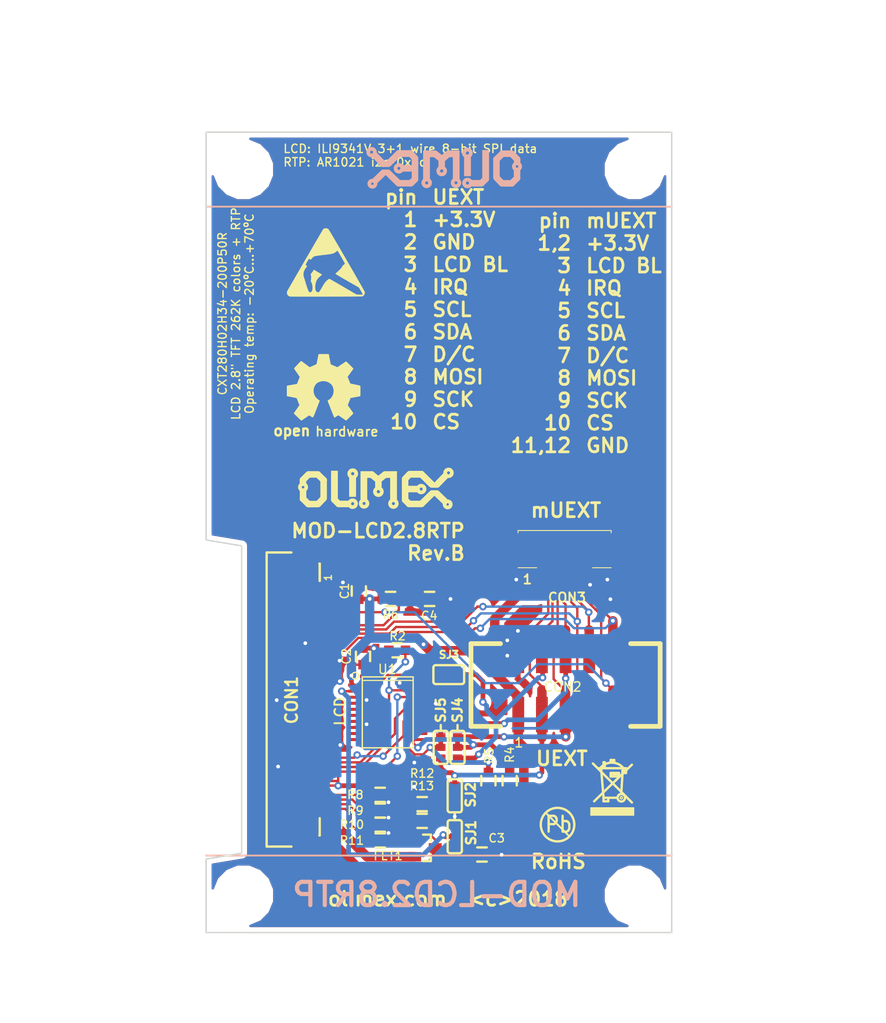
<source format=kicad_pcb>
(kicad_pcb (version 20171130) (host pcbnew 5.0.0-rc2-unknown-4959f91~65~ubuntu18.04.1)
  (layers (0 F.Cu signal) (31 B.Cu signal) (34 B.Paste user) (35 F.Paste user) (36 B.SilkS user) (37 F.SilkS user) (38 B.Mask user) (39 F.Mask user) (44 Edge.Cuts user))
  (net 0 "")
  (net 1 GND)
  (net 2 +3V3)
  (net 3 /RESET)
  (net 4 /MOSI)
  (net 5 /SCK)
  (net 6 /NRD)
  (net 7 /CS)
  (net 8 /TE)
  (net 9 /MISO)
  (net 10 /YU)
  (net 11 /XL)
  (net 12 /YD)
  (net 13 /LEDA)
  (net 14 /LEDK1)
  (net 15 /XR)
  (net 16 /LEDK0)
  (net 17 /LEDK2)
  (net 18 /LEDK3)
  (net 19 /RXD)
  (net 20 /TXD)
  (net 21 /SCL)
  (net 22 /SDA)
  (net 23 "Net-(FET1-Pad1)")
  (net 24 "Net-(U1-Pad6)")
  (net 25 "Net-(U1-Pad10)")
  (net 26 /D/C)
  (net 27 "Net-(CON1-Pad36)")
  (net 28 "Net-(CON1-Pad37)")
  (net 29 "Net-(R2-Pad1)")
  (net 30 "Net-(U1-Pad12)")
  (net 31 "Net-(R4-Pad1)")
  (net 32 "Net-(R5-Pad1)")
  (net 33 "Net-(R13-Pad1)")
  (net 34 "Net-(SJ1-Pad2)")
  (net 35 "Net-(SJ3-Pad1)")
  (module OLIMEX_Jumpers-FP:SJ (layer F.Cu) (at 71.0565 113.284)
    (fp_text reference SJ3 (at 0.0254 -2.1336) (layer F.SilkS) (effects (font (size 0.8 0.8) (thickness 0.2))))
    (fp_text value open)
    (pad 2 smd rect (at 0.762 0) (size 1.1684 1.6002) (layers F.Cu F.Mask) (net 20 /TXD) (clearance 0.0508))
    (pad 1 smd rect (at -0.762 0) (size 1.1684 1.6002) (layers F.Cu F.Mask) (net 35 "Net-(SJ3-Pad1)"))
    (pad 1 smd rect (at -0.762 0) (size 1.1684 1.6002) (layers F.Cu F.Mask) (net 35 "Net-(SJ3-Pad1)") (clearance 0.0508))
  )
  (module OLIMEX_IC-FP:SSOP-20W (layer F.Cu) (at 64.502 117.339999 270)
    (fp_text reference U1 (at -4.627499 0.0495) (layer F.SilkS))
    (fp_text value "AR1021T-I_SS(SSOP-20)")
    (pad 1 smd rect (at -2.925 3.6195 270) (size 0.325 1.27) (layers F.Cu F.Paste F.Mask) (net 2 +3V3))
    (pad 2 smd rect (at -2.275 3.6195 270) (size 0.325 1.27) (layers F.Cu F.Paste F.Mask) (net 34 "Net-(SJ1-Pad2)"))
    (pad 3 smd rect (at -1.625 3.6195 270) (size 0.325 1.27) (layers F.Cu F.Paste F.Mask) (net 1 GND))
    (pad 4 smd rect (at -0.975 3.6195 270) (size 0.325 1.27) (layers F.Cu F.Paste F.Mask) (net 1 GND))
    (pad 5 smd rect (at -0.325 3.6195 270) (size 0.325 1.27) (layers F.Cu F.Paste F.Mask) (net 29 "Net-(R2-Pad1)"))
    (pad 6 smd rect (at 0.325 3.6195 270) (size 0.325 1.27) (layers F.Cu F.Paste F.Mask) (net 24 "Net-(U1-Pad6)"))
    (pad 7 smd rect (at 0.975 3.6195 270) (size 0.325 1.27) (layers F.Cu F.Paste F.Mask) (net 1 GND))
    (pad 8 smd rect (at 1.625 3.6195 270) (size 0.325 1.27) (layers F.Cu F.Paste F.Mask) (net 1 GND))
    (pad 9 smd rect (at 2.275 3.6195 270) (size 0.325 1.27) (layers F.Cu F.Paste F.Mask) (net 35 "Net-(SJ3-Pad1)"))
    (pad 10 smd rect (at 2.925 3.6195 270) (size 0.325 1.27) (layers F.Cu F.Paste F.Mask) (net 25 "Net-(U1-Pad10)"))
    (pad 11 smd rect (at 2.925 -3.6195 270) (size 0.325 1.27) (layers F.Cu F.Paste F.Mask) (net 31 "Net-(R4-Pad1)"))
    (pad 12 smd rect (at 2.275 -3.6195 270) (size 0.325 1.27) (layers F.Cu F.Paste F.Mask) (net 30 "Net-(U1-Pad12)"))
    (pad 13 smd rect (at 1.625 -3.6195 270) (size 0.325 1.27) (layers F.Cu F.Paste F.Mask) (net 32 "Net-(R5-Pad1)"))
    (pad 14 smd rect (at 0.975 -3.6195 270) (size 0.325 1.27) (layers F.Cu F.Paste F.Mask) (net 1 GND))
    (pad 15 smd rect (at 0.325 -3.6195 270) (size 0.325 1.27) (layers F.Cu F.Paste F.Mask) (net 10 /YU))
    (pad 16 smd rect (at -0.325 -3.6195 270) (size 0.325 1.27) (layers F.Cu F.Paste F.Mask) (net 12 /YD))
    (pad 17 smd rect (at -0.975 -3.6195 270) (size 0.325 1.27) (layers F.Cu F.Paste F.Mask) (net 1 GND))
    (pad 18 smd rect (at -1.625 -3.6195 270) (size 0.325 1.27) (layers F.Cu F.Paste F.Mask) (net 15 /XR))
    (pad 19 smd rect (at -2.275 -3.6195 270) (size 0.325 1.27) (layers F.Cu F.Paste F.Mask) (net 11 /XL))
    (pad 20 smd rect (at -2.925 -3.6195 270) (size 0.325 1.27) (layers F.Cu F.Paste F.Mask) (net 1 GND))
  )
  (module FPV-WZB21-50-LF (layer F.Cu) (at 55 115.96 90)
    (fp_text reference CON1 (at -0.0672 -0.8218 90) (layer F.SilkS) (effects (font (size 1.27 1.27) (thickness 0.254))))
    (fp_text value CONN_01X50)
    (fp_text user 1 (at 13.1 3.1 90) (layer F.SilkS) (effects (font (size 0.762 0.762))))
    (pad 5 smd rect (at 10.25 2.75 270) (size 0.25 1.3) (layers F.Cu F.Paste F.Mask) (net 2 +3V3))
    (pad 4 smd rect (at 10.75 2.75 270) (size 0.25 1.3) (layers F.Cu F.Paste F.Mask) (net 1 GND))
    (pad 2 smd rect (at 11.75 2.75 270) (size 0.25 1.3) (layers F.Cu F.Paste F.Mask) (net 1 GND))
    (pad 9 smd rect (at 8.25 2.75 270) (size 0.25 1.3) (layers F.Cu F.Paste F.Mask) (net 1 GND))
    (pad 10 smd rect (at 7.75 2.75 270) (size 0.25 1.3) (layers F.Cu F.Paste F.Mask) (net 5 /SCK))
    (pad 3 smd rect (at 11.25 2.75 270) (size 0.25 1.3) (layers F.Cu F.Paste F.Mask) (net 2 +3V3))
    (pad 6 smd rect (at 9.75 2.75 270) (size 0.25 1.3) (layers F.Cu F.Paste F.Mask) (net 1 GND))
    (pad 1 smd rect (at 12.25 2.75 270) (size 0.25 1.3) (layers F.Cu F.Paste F.Mask) (net 1 GND))
    (pad 7 smd rect (at 9.25 2.75 270) (size 0.25 1.3) (layers F.Cu F.Paste F.Mask) (net 1 GND))
    (pad 8 smd rect (at 8.75 2.75 270) (size 0.25 1.3) (layers F.Cu F.Paste F.Mask) (net 1 GND))
    (pad 0 smd rect (at 14.4 0.65 270) (size 2.4 2.6) (layers F.Cu F.Paste F.Mask) (net 1 GND))
    (pad 0 smd rect (at -14.4 0.65 270) (size 2.4 2.6) (layers F.Cu F.Paste F.Mask) (net 1 GND))
    (pad 11 smd rect (at 7.25 2.75 270) (size 0.25 1.3) (layers F.Cu F.Paste F.Mask) (net 3 /RESET))
    (pad 12 smd rect (at 6.75 2.75 270) (size 0.25 1.3) (layers F.Cu F.Paste F.Mask) (net 4 /MOSI))
    (pad 13 smd rect (at 6.25 2.75 270) (size 0.25 1.3) (layers F.Cu F.Paste F.Mask) (net 26 /D/C))
    (pad 14 smd rect (at 5.75 2.75 270) (size 0.25 1.3) (layers F.Cu F.Paste F.Mask) (net 6 /NRD))
    (pad 15 smd rect (at 5.25 2.75 270) (size 0.25 1.3) (layers F.Cu F.Paste F.Mask) (net 7 /CS))
    (pad 16 smd rect (at 4.75 2.75 270) (size 0.25 1.3) (layers F.Cu F.Paste F.Mask) (net 8 /TE))
    (pad 17 smd rect (at 4.25 2.75 270) (size 0.25 1.3) (layers F.Cu F.Paste F.Mask) (net 1 GND))
    (pad 18 smd rect (at 3.75 2.75 270) (size 0.25 1.3) (layers F.Cu F.Paste F.Mask) (net 1 GND))
    (pad 19 smd rect (at 3.25 2.75 270) (size 0.25 1.3) (layers F.Cu F.Paste F.Mask) (net 1 GND))
    (pad 20 smd rect (at 2.75 2.75 270) (size 0.25 1.3) (layers F.Cu F.Paste F.Mask) (net 1 GND))
    (pad 21 smd rect (at 2.25 2.75 270) (size 0.25 1.3) (layers F.Cu F.Paste F.Mask) (net 1 GND))
    (pad 22 smd rect (at 1.75 2.75 270) (size 0.25 1.3) (layers F.Cu F.Paste F.Mask) (net 1 GND))
    (pad 23 smd rect (at 1.25 2.75 270) (size 0.25 1.3) (layers F.Cu F.Paste F.Mask) (net 1 GND))
    (pad 24 smd rect (at 0.75 2.75 270) (size 0.25 1.3) (layers F.Cu F.Paste F.Mask) (net 1 GND))
    (pad 25 smd rect (at 0.25 2.75 270) (size 0.25 1.3) (layers F.Cu F.Paste F.Mask) (net 1 GND))
    (pad 26 smd rect (at -0.25 2.75 270) (size 0.25 1.3) (layers F.Cu F.Paste F.Mask) (net 1 GND))
    (pad 27 smd rect (at -0.75 2.75 270) (size 0.25 1.3) (layers F.Cu F.Paste F.Mask) (net 1 GND))
    (pad 28 smd rect (at -1.25 2.75 270) (size 0.25 1.3) (layers F.Cu F.Paste F.Mask) (net 1 GND))
    (pad 29 smd rect (at -1.75 2.75 270) (size 0.25 1.3) (layers F.Cu F.Paste F.Mask) (net 1 GND))
    (pad 30 smd rect (at -2.25 2.75 270) (size 0.25 1.3) (layers F.Cu F.Paste F.Mask) (net 1 GND))
    (pad 31 smd rect (at -2.75 2.75 270) (size 0.25 1.3) (layers F.Cu F.Paste F.Mask) (net 1 GND))
    (pad 32 smd rect (at -3.25 2.75 270) (size 0.25 1.3) (layers F.Cu F.Paste F.Mask) (net 1 GND))
    (pad 33 smd rect (at -3.75 2.75 270) (size 0.25 1.3) (layers F.Cu F.Paste F.Mask) (net 1 GND))
    (pad 34 smd rect (at -4.25 2.75 270) (size 0.25 1.3) (layers F.Cu F.Paste F.Mask) (net 1 GND))
    (pad 35 smd rect (at -4.75 2.75 270) (size 0.25 1.3) (layers F.Cu F.Paste F.Mask) (net 9 /MISO))
    (pad 36 smd rect (at -5.25 2.75 270) (size 0.25 1.3) (layers F.Cu F.Paste F.Mask) (net 27 "Net-(CON1-Pad36)"))
    (pad 37 smd rect (at -5.75 2.75 270) (size 0.25 1.3) (layers F.Cu F.Paste F.Mask) (net 28 "Net-(CON1-Pad37)"))
    (pad 38 smd rect (at -6.25 2.75 270) (size 0.25 1.3) (layers F.Cu F.Paste F.Mask) (net 10 /YU))
    (pad 39 smd rect (at -6.75 2.75 270) (size 0.25 1.3) (layers F.Cu F.Paste F.Mask) (net 11 /XL))
    (pad 40 smd rect (at -7.25 2.75 270) (size 0.25 1.3) (layers F.Cu F.Paste F.Mask) (net 12 /YD))
    (pad 41 smd rect (at -7.75 2.75 270) (size 0.25 1.3) (layers F.Cu F.Paste F.Mask) (net 15 /XR))
    (pad 42 smd rect (at -8.25 2.75 270) (size 0.25 1.3) (layers F.Cu F.Paste F.Mask) (net 2 +3V3))
    (pad 43 smd rect (at -8.75 2.75 270) (size 0.25 1.3) (layers F.Cu F.Paste F.Mask) (net 2 +3V3))
    (pad 44 smd rect (at -9.25 2.75 270) (size 0.25 1.3) (layers F.Cu F.Paste F.Mask) (net 2 +3V3))
    (pad 45 smd rect (at -9.75 2.75 270) (size 0.25 1.3) (layers F.Cu F.Paste F.Mask) (net 1 GND))
    (pad 46 smd rect (at -10.25 2.75 270) (size 0.25 1.3) (layers F.Cu F.Paste F.Mask) (net 18 /LEDK3))
    (pad 47 smd rect (at -10.75 2.75 270) (size 0.25 1.3) (layers F.Cu F.Paste F.Mask) (net 17 /LEDK2))
    (pad 48 smd rect (at -11.25 2.75 270) (size 0.25 1.3) (layers F.Cu F.Paste F.Mask) (net 14 /LEDK1))
    (pad 49 smd rect (at -11.75 2.75 270) (size 0.25 1.3) (layers F.Cu F.Paste F.Mask) (net 16 /LEDK0))
    (pad 50 smd rect (at -12.25 2.75 270) (size 0.25 1.3) (layers F.Cu F.Paste F.Mask) (net 13 /LEDA))
  )
  (module OLIMEX_Jumpers-FP:SJ_2_SMALL_12_TIED (layer F.Cu) (at 72 121.1 270)
    (fp_text reference SJ4 (at -4 0 270) (layer F.SilkS) (effects (font (thickness 0.25))))
    (fp_text value "SJ2W_Closed(1-2)")
    (fp_line (start -1.143 0) (end 0 0) (layer F.Cu) (width 0.508))
    (pad 3 smd rect (at 1.143 0 270) (size 0.762 1.016) (layers F.Cu F.Mask) (net 20 /TXD) (clearance 0.0508))
    (pad 2 smd rect (at 0 0 270) (size 0.762 1.016) (layers F.Cu F.Mask) (net 31 "Net-(R4-Pad1)") (clearance 0.0508))
    (pad 1 smd rect (at -1.143 0 270) (size 0.762 1.016) (layers F.Cu F.Mask) (net 21 /SCL) (clearance 0.0508))
  )
  (module OLIMEX_Jumpers-FP:SJ_2_SMALL_12_TIED (layer F.Cu) (at 70.2 121.1 270)
    (fp_text reference SJ5 (at -4 0 270) (layer F.SilkS) (effects (font (thickness 0.25))))
    (fp_text value "SJ2W_Closed(1-2)")
    (fp_line (start -1.143 0) (end 0 0) (layer F.Cu) (width 0.508))
    (pad 3 smd rect (at 1.143 0 270) (size 0.762 1.016) (layers F.Cu F.Mask) (net 19 /RXD) (clearance 0.0508))
    (pad 2 smd rect (at 0 0 270) (size 0.762 1.016) (layers F.Cu F.Mask) (net 32 "Net-(R5-Pad1)") (clearance 0.0508))
    (pad 1 smd rect (at -1.143 0 270) (size 0.762 1.016) (layers F.Cu F.Mask) (net 22 /SDA) (clearance 0.0508))
  )
  (module OLIMEX_Jumpers-FP:SJ_2_SMALL_12_TIED (layer F.Cu) (at 71.7 126.3 90)
    (fp_text reference SJ2 (at 0.1 1.706 90) (layer F.SilkS) (effects (font (thickness 0.25))))
    (fp_text value "SJ2W_Closed(1-2)")
    (fp_line (start -1.143 0) (end 0 0) (layer F.Cu) (width 0.508))
    (pad 3 smd rect (at 1.143 0 90) (size 0.762 1.016) (layers F.Cu F.Mask) (net 19 /RXD) (clearance 0.0508))
    (pad 2 smd rect (at 0 0 90) (size 0.762 1.016) (layers F.Cu F.Mask) (net 33 "Net-(R13-Pad1)") (clearance 0.0508))
    (pad 1 smd rect (at -1.143 0 90) (size 0.762 1.016) (layers F.Cu F.Mask) (net 1 GND) (clearance 0.0508))
  )
  (module OLIMEX_Jumpers-FP:SJ_2_SMALL_12_TIED (layer F.Cu) (at 71.7 130.7 270)
    (fp_text reference SJ1 (at -0.4234 -1.7568 270) (layer F.SilkS) (effects (font (thickness 0.25))))
    (fp_text value "SJ2W_Closed(1-2)")
    (fp_line (start -1.143 0) (end 0 0) (layer F.Cu) (width 0.508))
    (pad 1 smd rect (at -1.143 0 270) (size 0.762 1.016) (layers F.Cu F.Mask) (net 1 GND) (clearance 0.0508))
    (pad 2 smd rect (at 0 0 270) (size 0.762 1.016) (layers F.Cu F.Mask) (net 34 "Net-(SJ1-Pad2)") (clearance 0.0508))
    (pad 3 smd rect (at 1.143 0 270) (size 0.762 1.016) (layers F.Cu F.Mask) (net 2 +3V3) (clearance 0.0508))
  )
  (module OLIMEX_RLC-FP:C_0603_5MIL_DWS (layer F.Cu) (at 61.4 104.3 270)
    (fp_text reference C1 (at 0 1.524 270) (layer F.SilkS) (effects (font (size 0.9 0.9))))
    (fp_text value 1uF)
    (pad 1 smd rect (at -0.889 0 270) (size 1.016 1.016) (layers F.Cu F.Paste F.Mask) (net 1 GND) (clearance 0.0508))
    (pad 2 smd rect (at 0.889 0 270) (size 1.016 1.016) (layers F.Cu F.Paste F.Mask) (net 2 +3V3) (clearance 0.0508))
  )
  (module OLIMEX_RLC-FP:C_0603_5MIL_DWS (layer F.Cu) (at 61.849 111.3282 90)
    (fp_text reference C2 (at 0 -1.778 90) (layer F.SilkS) (effects (font (size 0.9 0.9))))
    (fp_text value 1uF)
    (pad 2 smd rect (at 0.889 0 90) (size 1.016 1.016) (layers F.Cu F.Paste F.Mask) (net 1 GND) (clearance 0.0508))
    (pad 1 smd rect (at -0.889 0 90) (size 1.016 1.016) (layers F.Cu F.Paste F.Mask) (net 2 +3V3) (clearance 0.0508))
  )
  (module OLIMEX_RLC-FP:C_0603_5MIL_DWS (layer F.Cu) (at 74.6252 132.6134 180)
    (fp_text reference C3 (at -1.5748 1.7526 180) (layer F.SilkS) (effects (font (size 0.9 0.9))))
    (fp_text value 1uF)
    (pad 1 smd rect (at -0.889 0 180) (size 1.016 1.016) (layers F.Cu F.Paste F.Mask) (net 1 GND) (clearance 0.0508))
    (pad 2 smd rect (at 0.889 0 180) (size 1.016 1.016) (layers F.Cu F.Paste F.Mask) (net 2 +3V3) (clearance 0.0508))
  )
  (module OLIMEX_Connectors-FP:UEXTM-SMD (layer F.Cu) (at 83.6 114.4 180)
    (fp_text reference CON2 (at 0.3 -0.2 180) (layer F.SilkS))
    (fp_text value BH10S)
    (fp_text user 1 (at 5.0124 -6.1992 180) (layer F.SilkS))
    (pad 1 smd rect (at 5.08 -3.175 180) (size 1.27 3.81) (layers F.Cu F.Paste F.Mask) (net 2 +3V3) (clearance 0.0508))
    (pad 2 smd rect (at 5.08 3.175 180) (size 1.27 3.81) (layers F.Cu F.Paste F.Mask) (net 1 GND) (clearance 0.0508))
    (pad 3 smd rect (at 2.54 -3.175 180) (size 1.27 3.81) (layers F.Cu F.Paste F.Mask) (net 19 /RXD) (clearance 0.0508))
    (pad 4 smd rect (at 2.54 3.175 180) (size 1.27 3.81) (layers F.Cu F.Paste F.Mask) (net 20 /TXD) (clearance 0.0508))
    (pad 5 smd rect (at 0 -3.175 180) (size 1.27 3.81) (layers F.Cu F.Paste F.Mask) (net 21 /SCL) (clearance 0.0508))
    (pad 6 smd rect (at 0 3.175 180) (size 1.27 3.81) (layers F.Cu F.Paste F.Mask) (net 22 /SDA) (clearance 0.0508))
    (pad 7 smd rect (at -2.54 -3.175 180) (size 1.27 3.81) (layers F.Cu F.Paste F.Mask) (net 26 /D/C) (clearance 0.0508))
    (pad 8 smd rect (at -2.54 3.175 180) (size 1.27 3.81) (layers F.Cu F.Paste F.Mask) (net 4 /MOSI) (clearance 0.0508))
    (pad 9 smd rect (at -5.08 -3.175 180) (size 1.27 3.81) (layers F.Cu F.Paste F.Mask) (net 5 /SCK) (clearance 0.0508))
    (pad 10 smd rect (at -5.08 3.175 180) (size 1.27 3.81) (layers F.Cu F.Paste F.Mask) (net 7 /CS) (clearance 0.0508))
  )
  (module OLIMEX_Transistors-FP:SOT23 (layer F.Cu) (at 68.5 131.9 180)
    (fp_text reference FET1 (at 3.9586 -0.8658 180) (layer F.SilkS) (effects (font (size 0.9 0.9))))
    (fp_text value IRML6402)
    (pad 3 smd rect (at -1.10236 0.00254 180) (size 1.4 1) (layers F.Cu F.Paste F.Mask) (net 2 +3V3) (clearance 0.0508))
    (pad 2 smd rect (at 1.10744 -0.9525 180) (size 1.4 1) (layers F.Cu F.Paste F.Mask) (net 13 /LEDA) (clearance 0.0508))
    (pad 1 smd rect (at 1.10744 0.94996 180) (size 1.4 1) (layers F.Cu F.Paste F.Mask) (net 23 "Net-(FET1-Pad1)") (clearance 0.0508))
  )
  (module OLIMEX_RLC-FP:R_0603_5MIL_DWS (layer F.Cu) (at 63.689 126.2 180)
    (fp_text reference R8 (at 2.667 0 180) (layer F.SilkS) (effects (font (size 0.9 0.9))))
    (fp_text value 22R)
    (pad 2 smd rect (at 0.889 0 180) (size 1.016 1.016) (layers F.Cu F.Paste F.Mask) (net 18 /LEDK3))
    (pad 1 smd rect (at -0.889 0 180) (size 1.016 1.016) (layers F.Cu F.Paste F.Mask) (net 1 GND))
  )
  (module OLIMEX_RLC-FP:R_0603_5MIL_DWS (layer F.Cu) (at 63.7 127.9 180)
    (fp_text reference R9 (at 2.667 0 180) (layer F.SilkS) (effects (font (size 0.9 0.9))))
    (fp_text value 22R)
    (pad 1 smd rect (at -0.889 0 180) (size 1.016 1.016) (layers F.Cu F.Paste F.Mask) (net 1 GND))
    (pad 2 smd rect (at 0.889 0 180) (size 1.016 1.016) (layers F.Cu F.Paste F.Mask) (net 17 /LEDK2))
  )
  (module OLIMEX_RLC-FP:R_0603_5MIL_DWS (layer F.Cu) (at 63.7 129.4 180)
    (fp_text reference R10 (at 3.048 0 180) (layer F.SilkS) (effects (font (size 0.9 0.9))))
    (fp_text value 22R)
    (pad 2 smd rect (at 0.889 0 180) (size 1.016 1.016) (layers F.Cu F.Paste F.Mask) (net 14 /LEDK1))
    (pad 1 smd rect (at -0.889 0 180) (size 1.016 1.016) (layers F.Cu F.Paste F.Mask) (net 1 GND))
  )
  (module OLIMEX_RLC-FP:R_0603_5MIL_DWS (layer F.Cu) (at 63.7 131.1 180)
    (fp_text reference R11 (at 3.048 0 180) (layer F.SilkS) (effects (font (size 0.9 0.9))))
    (fp_text value 22R)
    (pad 1 smd rect (at -0.889 0 180) (size 1.016 1.016) (layers F.Cu F.Paste F.Mask) (net 1 GND))
    (pad 2 smd rect (at 0.889 0 180) (size 1.016 1.016) (layers F.Cu F.Paste F.Mask) (net 16 /LEDK0))
  )
  (module OLIMEX_Other-FP:Mounting_hole_3.3mm (layer F.Cu) (at 91 59)
    (fp_text reference MountingHole* hide)
    (fp_text value Mounting_hole_3.3mm hide)
    (pad "" np_thru_hole circle (at 0 0) (size 3.3 3.3) (drill 3.3) (layers *.Cu *.Mask) (clearance 1.55))
  )
  (module OLIMEX_Other-FP:Mounting_hole_3.3mm (layer F.Cu) (at 49 59)
    (fp_text reference MountingHole* hide)
    (fp_text value Mounting_hole_3.3mm hide)
    (pad "" np_thru_hole circle (at 0 0) (size 3.3 3.3) (drill 3.3) (layers *.Cu *.Mask) (clearance 1.55))
  )
  (module OLIMEX_Other-FP:Mounting_hole_3.3mm (layer F.Cu) (at 49 137)
    (fp_text reference MountingHole* hide)
    (fp_text value Mounting_hole_3.3mm hide)
    (pad "" np_thru_hole circle (at 0 0) (size 3.3 3.3) (drill 3.3) (layers *.Cu *.Mask) (clearance 1.55))
  )
  (module OLIMEX_Other-FP:Mounting_hole_3.3mm (layer F.Cu) (at 91 137)
    (fp_text reference MountingHole* hide)
    (fp_text value Mounting_hole_3.3mm hide)
    (pad "" np_thru_hole circle (at 0 0) (size 3.3 3.3) (drill 3.3) (layers *.Cu *.Mask) (clearance 1.55))
  )
  (module OLIMEX_RLC-FP:R_0603_5MIL_DWS (layer F.Cu) (at 65.518 110.6678)
    (fp_text reference R2 (at 0.0394 -1.524) (layer F.SilkS) (effects (font (size 0.9 0.9))))
    (fp_text value 20K)
    (pad 1 smd rect (at -0.889 0) (size 1.016 1.016) (layers F.Cu F.Paste F.Mask) (net 29 "Net-(R2-Pad1)"))
    (pad 2 smd rect (at 0.889 0) (size 1.016 1.016) (layers F.Cu F.Paste F.Mask) (net 11 /XL))
  )
  (module OLIMEX_RLC-FP:R_0603_5MIL_DWS (layer F.Cu) (at 77.597 124.685 270)
    (fp_text reference R4 (at -2.794 0 270) (layer F.SilkS) (effects (font (size 0.9 0.9))))
    (fp_text value 4.7k)
    (pad 2 smd rect (at 0.889 0 270) (size 1.016 1.016) (layers F.Cu F.Paste F.Mask) (net 2 +3V3))
    (pad 1 smd rect (at -0.889 0 270) (size 1.016 1.016) (layers F.Cu F.Paste F.Mask) (net 31 "Net-(R4-Pad1)"))
  )
  (module OLIMEX_RLC-FP:R_0603_5MIL_DWS (layer F.Cu) (at 75.311 124.685001 270)
    (fp_text reference R5 (at -2.685001 -0.089 270) (layer F.SilkS) (effects (font (size 0.9 0.9))))
    (fp_text value 4.7k)
    (pad 1 smd rect (at -0.889 0 270) (size 1.016 1.016) (layers F.Cu F.Paste F.Mask) (net 32 "Net-(R5-Pad1)"))
    (pad 2 smd rect (at 0.889 0 270) (size 1.016 1.016) (layers F.Cu F.Paste F.Mask) (net 2 +3V3))
  )
  (module OLIMEX_RLC-FP:R_0603_5MIL_DWS (layer F.Cu) (at 68.2 127.2 180)
    (fp_text reference R12 (at 0.001 3.2988 180) (layer F.SilkS) (effects (font (size 0.9 0.9))))
    (fp_text value 100K)
    (pad 1 smd rect (at -0.889 0 180) (size 1.016 1.016) (layers F.Cu F.Paste F.Mask) (net 2 +3V3))
    (pad 2 smd rect (at 0.889 0 180) (size 1.016 1.016) (layers F.Cu F.Paste F.Mask) (net 23 "Net-(FET1-Pad1)"))
  )
  (module OLIMEX_RLC-FP:R_0603_5MIL_DWS (layer F.Cu) (at 68.2 129 180)
    (fp_text reference R13 (at 0.0264 3.7526 180) (layer F.SilkS) (effects (font (size 0.9 0.9))))
    (fp_text value 4.7K)
    (pad 2 smd rect (at 0.889 0 180) (size 1.016 1.016) (layers F.Cu F.Paste F.Mask) (net 23 "Net-(FET1-Pad1)"))
    (pad 1 smd rect (at -0.889 0 180) (size 1.016 1.016) (layers F.Cu F.Paste F.Mask) (net 33 "Net-(R13-Pad1)"))
  )
  (module OLIMEX_RLC-FP:C_0603_5MIL_DWS (layer F.Cu) (at 69 105.15)
    (fp_text reference C4 (at -0.0344 1.809) (layer F.SilkS) (effects (font (size 0.9 0.9))))
    (fp_text value 1uF)
    (pad 1 smd rect (at -0.889 0) (size 1.016 1.016) (layers F.Cu F.Paste F.Mask) (net 3 /RESET) (clearance 0.0508))
    (pad 2 smd rect (at 0.889 0) (size 1.016 1.016) (layers F.Cu F.Paste F.Mask) (net 1 GND) (clearance 0.0508))
  )
  (module OLIMEX_RLC-FP:R_0603_5MIL_DWS (layer F.Cu) (at 64.805476 105.15)
    (fp_text reference R6 (at 0.019924 1.682) (layer F.SilkS) (effects (font (size 0.9 0.9))))
    (fp_text value 20K)
    (pad 1 smd rect (at -0.889 0) (size 1.016 1.016) (layers F.Cu F.Paste F.Mask) (net 2 +3V3))
    (pad 2 smd rect (at 0.889 0) (size 1.016 1.016) (layers F.Cu F.Paste F.Mask) (net 3 /RESET))
  )
  (module OLIMEX_Connectors-FP:FPV-WZB21-12-LF (layer F.Cu) (at 83.5 100.3)
    (fp_text reference CON3 (at 0.254 4.699) (layer F.SilkS) (effects (font (thickness 0.2))))
    (fp_text value CON12)
    (pad 1 smd rect (at -2.75 1.75 180) (size 0.25 1.3) (layers F.Cu F.Paste F.Mask) (net 2 +3V3))
    (pad 2 smd rect (at -2.25 1.75 180) (size 0.25 1.3) (layers F.Cu F.Paste F.Mask) (net 2 +3V3))
    (pad 3 smd rect (at -1.75 1.75 180) (size 0.25 1.3) (layers F.Cu F.Paste F.Mask) (net 19 /RXD))
    (pad 4 smd rect (at -1.25 1.75 180) (size 0.25 1.3) (layers F.Cu F.Paste F.Mask) (net 20 /TXD))
    (pad 5 smd rect (at -0.75 1.75 180) (size 0.25 1.3) (layers F.Cu F.Paste F.Mask) (net 21 /SCL))
    (pad 6 smd rect (at -0.25 1.75 180) (size 0.25 1.3) (layers F.Cu F.Paste F.Mask) (net 22 /SDA))
    (pad 0 smd rect (at -4.9 -0.35 180) (size 2.5 3.2) (layers F.Cu F.Paste F.Mask) (net 1 GND))
    (pad 0 smd rect (at 4.9 -0.35 180) (size 2.5 3.2) (layers F.Cu F.Paste F.Mask) (net 1 GND))
    (pad 7 smd rect (at 0.25 1.75 180) (size 0.25 1.3) (layers F.Cu F.Paste F.Mask) (net 26 /D/C))
    (pad 8 smd rect (at 0.75 1.75 180) (size 0.25 1.3) (layers F.Cu F.Paste F.Mask) (net 4 /MOSI))
    (pad 9 smd rect (at 1.25 1.75 180) (size 0.25 1.3) (layers F.Cu F.Paste F.Mask) (net 5 /SCK))
    (pad 10 smd rect (at 1.75 1.75 180) (size 0.25 1.3) (layers F.Cu F.Paste F.Mask) (net 7 /CS))
    (pad 11 smd rect (at 2.25 1.75 180) (size 0.25 1.3) (layers F.Cu F.Paste F.Mask) (net 1 GND))
    (pad 12 smd rect (at 2.75 1.75 180) (size 0.25 1.3) (layers F.Cu F.Paste F.Mask) (net 1 GND))
  )
  (module OLIMEX_LOGOs-FP:OLIMEX_LOGO_TB (layer B.Cu) (at 70.4 58.81 180)
    (fp_text reference "" hide)
    (fp_text value "" hide)
  )
  (module OLIMEX_LOGOs-FP:LOGO_PBFREE (layer F.Cu) (at 82.9428 129.7176)
    (fp_text reference "")
    (fp_text value "")
    (fp_text user Pb (at -0.08636 -0.33528) (layer F.SilkS) (effects (font (size 1.7 1.5) (thickness 0.254))))
  )
  (module OLIMEX_LOGOs-FP:LOGO_OPENHARDWARE_8x8 (layer F.Cu) (at 57.6072 82.9056)
    (fp_text reference "" hide)
    (fp_text value "" hide)
    (fp_text user open (at -3.40106 4.17576) (layer F.SilkS) (effects (font (size 1.1 1.1) (thickness 0.254))))
    (fp_text user hardware (at 2.51206 4.2672) (layer F.SilkS) (effects (font (thickness 0.18))))
  )
  (module OLIMEX_LOGOs-FP:LOGO_RECYCLEBIN_1 (layer F.Cu) (at 86.2838 128.4224)
    (fp_text reference "" hide)
    (fp_text value "" hide)
  )
  (module OLIMEX_LOGOs-FP:LOGO_STATIC_250 (layer F.Cu) (at 57.8612 68.9864)
    (fp_text reference "" hide)
    (fp_text value "" hide)
  )
  (module OLIMEX_Other-FP:Fiducial1x3_transp (layer F.Cu) (at 91 130.5)
    (fp_text reference Ref* hide)
    (fp_text value Val** hide)
    (pad Fid1 connect circle (at 0 0) (size 1 1) (layers F.Cu F.Mask) (clearance 1.016))
  )
  (module OLIMEX_Other-FP:Fiducial1x3_transp (layer F.Cu) (at 49 95)
    (fp_text reference Ref* hide)
    (fp_text value Val** hide)
    (pad Fid1 connect circle (at 0 0) (size 1 1) (layers F.Cu F.Mask) (clearance 1.016))
  )
  (module OLIMEX_Other-FP:Fiducial1x3_transp (layer F.Cu) (at 91 95)
    (fp_text reference Ref* hide)
    (fp_text value Val** hide)
    (pad Fid1 connect circle (at 0 0) (size 1 1) (layers F.Cu F.Mask) (clearance 1.016))
  )
  (module OLIMEX_Other-FP:Fiducial1x3_transp (layer F.Cu) (at 55 137)
    (fp_text reference Ref* hide)
    (fp_text value Val** hide)
    (pad Fid1 connect circle (at 0 0) (size 1 1) (layers F.Cu F.Mask) (clearance 1.016))
  )
  (module OLIMEX_LOGOs-FP:OLIMEX_LOGO_TB (layer F.Cu) (at 63.3984 93.2688)
    (fp_text reference "" hide)
    (fp_text value "" hide)
  )
  (gr_text LCD (at 59.3725 117.221 90) (layer F.SilkS) (effects (font (size 1.1 1.1) (thickness 0.2))))
  (gr_text "LCD: ILI9341V 3+1 wire 8-bit SPI data\nRTP: AR1021 i2c 0x4d" (at 53.2 57.5) (layer F.SilkS) (effects (font (size 0.9 0.9)) (justify left)))
  (gr_text "CXT280H02H34-200P50R\nLCD 2.8\" TFT 262K colors + RTP\nOperating temp: -20ºC...+70ºC" (at 48.2 74.5 90) (layer F.SilkS) (effects (font (size 0.9 0.9))))
  (gr_text "MOD-LCD2.8RTP\nRev.B" (at 72.9488 99.0346) (layer F.SilkS) (effects (font (size 1.5 1.5) (thickness 0.3)) (justify right)))
  (gr_text RoHS (at 82.8294 133.3754) (layer F.SilkS) (effects (font (size 1.5 1.5) (thickness 0.3))))
  (gr_text "pin\n1\n2\n3\n4\n5\n6\n7\n8\n9\n10" (at 67.86 74.05) (layer F.SilkS) (effects (font (size 1.5 1.5) (thickness 0.3)) (justify right)))
  (gr_text "UEXT\n+3.3V\nGND\nLCD BL\nIRQ\nSCL\nSDA\nD/C\nMOSI\nSCK\nCS" (at 69.13 74.05) (layer F.SilkS) (effects (font (size 1.5 1.5) (thickness 0.3)) (justify left)))
  (gr_text "mUEXT\n+3.3V\nLCD BL\nIRQ\nSCL\nSDA\nD/C\nMOSI\nSCK\nCS\nGND" (at 85.64 76.59) (layer F.SilkS) (effects (font (size 1.5 1.5) (thickness 0.3)) (justify left)))
  (gr_text "pin\n1,2\n3\n4\n5\n6\n7\n8\n9\n10\n11,12" (at 84.37 76.59) (layer F.SilkS) (effects (font (size 1.5 1.5) (thickness 0.3)) (justify right)))
  (gr_text MOD-LCD2.8RTP (at 69.765 136.915) (layer B.SilkS) (effects (font (size 2.5 2.5) (thickness 0.45)) (justify mirror)))
  (gr_text "olimex.com  <c>2018" (at 70.9676 137.3886) (layer F.SilkS) (effects (font (size 1.5 1.5) (thickness 0.3))))
  (gr_text mUEXT (at 83.6422 95.631) (layer F.SilkS) (effects (font (size 1.5 1.5) (thickness 0.3))))
  (gr_text 1 (at 79.502 103.0478) (layer F.SilkS) (effects (font (size 1 1) (thickness 0.2))))
  (gr_text UEXT (at 83.2 122.3) (layer F.SilkS) (effects (font (size 1.5 1.5) (thickness 0.3))))
  (gr_line (start 45 133.105) (end 45 141) (layer Edge.Cuts) (width 0.15))
  (gr_line (start 48.81 132.47) (end 45 133.105) (layer Edge.Cuts) (width 0.15))
  (gr_line (start 48.81 99.45) (end 48.81 132.47) (layer Edge.Cuts) (width 0.15))
  (gr_line (start 45 98.815) (end 48.81 99.45) (layer Edge.Cuts) (width 0.15))
  (gr_line (start 45 98.815) (end 45 55) (layer Edge.Cuts) (width 0.15))
  (gr_line (start 95 141) (end 45 141) (layer Edge.Cuts) (width 0.15))
  (gr_line (start 95 55) (end 95 141) (layer Edge.Cuts) (width 0.15))
  (gr_line (start 45 55) (end 95 55) (layer Edge.Cuts) (width 0.15))
  (gr_line (start 95 63) (end 45 63) (layer B.SilkS) (width 0.2))
  (gr_line (start 45 132.725) (end 95 132.725) (layer B.SilkS) (width 0.2))
  (via (at 78.3082 103.0732) (size 0.8) (drill 0.4) (layers F.Cu B.Cu) (net 1))
  (via (at 88.0872 103.0732) (size 0.8) (drill 0.4) (layers F.Cu B.Cu) (net 1))
  (segment (start 78.6 99.95) (end 88.4 99.95) (width 1.016) (layer F.Cu) (net 1))
  (segment (start 78.6 99.95) (end 76.8868 99.95) (width 1.016) (layer F.Cu) (net 1))
  (segment (start 88.4 99.95) (end 90.6008 99.95) (width 1.016) (layer F.Cu) (net 1))
  (segment (start 88.4 99.95) (end 88.4 97.6202) (width 1.016) (layer F.Cu) (net 1))
  (segment (start 78.6 99.95) (end 78.6 97.6246) (width 1.016) (layer F.Cu) (net 1))
  (segment (start 78.6 102.7814) (end 78.3082 103.0732) (width 1.016) (layer F.Cu) (net 1))
  (segment (start 78.6 99.95) (end 78.6 102.7814) (width 1.016) (layer F.Cu) (net 1))
  (segment (start 88.4 102.7604) (end 88.0872 103.0732) (width 1.016) (layer F.Cu) (net 1))
  (segment (start 88.4 99.95) (end 88.4 102.7604) (width 1.016) (layer F.Cu) (net 1))
  (segment (start 64.589 126.211) (end 64.578 126.2) (width 0.508) (layer F.Cu) (net 1))
  (segment (start 64.578 125.6934) (end 64.578 126.2) (width 0.508) (layer F.Cu) (net 1))
  (segment (start 64.9732 125.2982) (end 64.578 125.6934) (width 0.508) (layer F.Cu) (net 1))
  (segment (start 66.2932 125.2982) (end 64.9732 125.2982) (width 0.508) (layer F.Cu) (net 1))
  (segment (start 67.311 125.3) (end 66.295 125.3) (width 0.508) (layer F.Cu) (net 1))
  (segment (start 66.295 125.3) (end 66.2932 125.2982) (width 0.508) (layer F.Cu) (net 1))
  (segment (start 55.94 125.71) (end 55.65 126) (width 0.254) (layer F.Cu) (net 1))
  (segment (start 57.75 125.71) (end 55.94 125.71) (width 0.254) (layer F.Cu) (net 1))
  (segment (start 55.65 126) (end 55.65 130.36) (width 1.016) (layer F.Cu) (net 1))
  (segment (start 57.75 120.21) (end 55.86 120.21) (width 0.254) (layer F.Cu) (net 1))
  (segment (start 55.86 120.21) (end 55.65 120) (width 0.254) (layer F.Cu) (net 1))
  (segment (start 55.65 120) (end 55.65 126) (width 1.016) (layer F.Cu) (net 1))
  (segment (start 55.94 119.71) (end 55.65 120) (width 0.254) (layer F.Cu) (net 1))
  (segment (start 57.75 119.71) (end 55.94 119.71) (width 0.254) (layer F.Cu) (net 1))
  (segment (start 55.86 119.21) (end 55.65 119) (width 0.254) (layer F.Cu) (net 1))
  (segment (start 57.75 119.21) (end 55.86 119.21) (width 0.254) (layer F.Cu) (net 1))
  (segment (start 55.65 119) (end 55.65 120) (width 1.016) (layer F.Cu) (net 1))
  (segment (start 55.94 118.71) (end 55.65 119) (width 0.254) (layer F.Cu) (net 1))
  (segment (start 57.75 118.71) (end 55.94 118.71) (width 0.254) (layer F.Cu) (net 1))
  (segment (start 55.86 118.21) (end 55.65 118) (width 0.254) (layer F.Cu) (net 1))
  (segment (start 57.75 118.21) (end 55.86 118.21) (width 0.254) (layer F.Cu) (net 1))
  (segment (start 55.65 118) (end 55.65 119) (width 1.016) (layer F.Cu) (net 1))
  (segment (start 55.94 117.71) (end 55.65 118) (width 0.254) (layer F.Cu) (net 1))
  (segment (start 57.75 117.71) (end 55.94 117.71) (width 0.254) (layer F.Cu) (net 1))
  (segment (start 55.94 117.21) (end 55.65 117.5) (width 0.254) (layer F.Cu) (net 1))
  (segment (start 57.75 117.21) (end 55.94 117.21) (width 0.254) (layer F.Cu) (net 1))
  (segment (start 55.65 117.5) (end 55.65 118) (width 1.016) (layer F.Cu) (net 1))
  (segment (start 55.86 116.71) (end 55.65 116.5) (width 0.254) (layer F.Cu) (net 1))
  (segment (start 57.75 116.71) (end 55.86 116.71) (width 0.254) (layer F.Cu) (net 1))
  (segment (start 55.65 116.5) (end 55.65 117.5) (width 1.016) (layer F.Cu) (net 1))
  (segment (start 55.94 116.21) (end 55.65 116.5) (width 0.254) (layer F.Cu) (net 1))
  (segment (start 57.75 116.21) (end 55.94 116.21) (width 0.254) (layer F.Cu) (net 1))
  (segment (start 55.86 115.71) (end 55.65 115.5) (width 0.254) (layer F.Cu) (net 1))
  (segment (start 57.75 115.71) (end 55.86 115.71) (width 0.254) (layer F.Cu) (net 1))
  (segment (start 55.65 115.5) (end 55.65 116.5) (width 1.016) (layer F.Cu) (net 1))
  (segment (start 55.94 115.21) (end 55.65 115.5) (width 0.254) (layer F.Cu) (net 1))
  (segment (start 57.75 115.21) (end 55.94 115.21) (width 0.254) (layer F.Cu) (net 1))
  (segment (start 57.75 114.71) (end 55.86 114.71) (width 0.254) (layer F.Cu) (net 1))
  (segment (start 55.86 114.71) (end 55.65 114.5) (width 0.254) (layer F.Cu) (net 1))
  (segment (start 55.65 114.5) (end 55.65 115.5) (width 1.016) (layer F.Cu) (net 1))
  (segment (start 55.94 114.21) (end 55.65 114.5) (width 0.254) (layer F.Cu) (net 1))
  (segment (start 57.75 114.21) (end 55.94 114.21) (width 0.254) (layer F.Cu) (net 1))
  (segment (start 55.94 113.71) (end 55.65 114) (width 0.254) (layer F.Cu) (net 1))
  (segment (start 57.75 113.71) (end 55.94 113.71) (width 0.254) (layer F.Cu) (net 1))
  (segment (start 55.65 114) (end 55.65 114.5) (width 1.016) (layer F.Cu) (net 1))
  (segment (start 55.86 113.21) (end 55.65 113) (width 0.254) (layer F.Cu) (net 1))
  (segment (start 57.75 113.21) (end 55.86 113.21) (width 0.254) (layer F.Cu) (net 1))
  (segment (start 55.65 113) (end 55.65 114) (width 1.016) (layer F.Cu) (net 1))
  (segment (start 55.94 112.71) (end 55.65 113) (width 0.254) (layer F.Cu) (net 1))
  (segment (start 57.75 112.71) (end 55.94 112.71) (width 0.254) (layer F.Cu) (net 1))
  (segment (start 55.86 112.21) (end 55.65 112) (width 0.254) (layer F.Cu) (net 1))
  (segment (start 57.75 112.21) (end 55.86 112.21) (width 0.254) (layer F.Cu) (net 1))
  (segment (start 55.65 112) (end 55.65 113) (width 1.016) (layer F.Cu) (net 1))
  (segment (start 55.94 111.71) (end 55.65 112) (width 0.254) (layer F.Cu) (net 1))
  (segment (start 57.75 111.71) (end 55.94 111.71) (width 0.254) (layer F.Cu) (net 1))
  (segment (start 55.94 103.71) (end 55.65 104) (width 0.254) (layer F.Cu) (net 1))
  (segment (start 55.65 101.56) (end 55.65 104) (width 1.016) (layer F.Cu) (net 1))
  (segment (start 57.75 103.71) (end 55.94 103.71) (width 0.254) (layer F.Cu) (net 1))
  (segment (start 55.86 104.21) (end 55.65 104) (width 0.254) (layer F.Cu) (net 1))
  (segment (start 57.75 104.21) (end 55.86 104.21) (width 0.254) (layer F.Cu) (net 1))
  (segment (start 55.86 105.21) (end 55.65 105) (width 0.254) (layer F.Cu) (net 1))
  (segment (start 55.65 104) (end 55.65 105) (width 1.016) (layer F.Cu) (net 1))
  (segment (start 57.75 105.21) (end 55.86 105.21) (width 0.254) (layer F.Cu) (net 1))
  (segment (start 57.75 106.21) (end 55.86 106.21) (width 0.254) (layer F.Cu) (net 1))
  (segment (start 55.65 105) (end 55.65 106) (width 1.016) (layer F.Cu) (net 1))
  (segment (start 55.86 106.21) (end 55.65 106) (width 0.254) (layer F.Cu) (net 1))
  (segment (start 55.65 106) (end 55.65 106.5) (width 1.016) (layer F.Cu) (net 1))
  (segment (start 55.86 106.71) (end 55.65 106.5) (width 0.254) (layer F.Cu) (net 1))
  (segment (start 57.75 106.71) (end 55.86 106.71) (width 0.254) (layer F.Cu) (net 1))
  (segment (start 55.86 107.21) (end 55.65 107) (width 0.254) (layer F.Cu) (net 1))
  (segment (start 57.75 107.21) (end 55.86 107.21) (width 0.254) (layer F.Cu) (net 1))
  (segment (start 55.65 106.5) (end 55.65 107) (width 1.016) (layer F.Cu) (net 1))
  (segment (start 55.86 107.71) (end 55.65 107.5) (width 0.254) (layer F.Cu) (net 1))
  (segment (start 57.75 107.71) (end 55.86 107.71) (width 0.254) (layer F.Cu) (net 1))
  (segment (start 55.65 107) (end 55.65 107.5) (width 1.016) (layer F.Cu) (net 1))
  (via (at 78.486 108.585) (size 0.8) (drill 0.4) (layers F.Cu B.Cu) (net 1))
  (via (at 77.343 109.601) (size 0.8) (drill 0.4) (layers F.Cu B.Cu) (net 1))
  (via (at 77.343 111.252) (size 0.8) (drill 0.4) (layers F.Cu B.Cu) (net 1))
  (via (at 86.233 103.632) (size 0.8) (drill 0.4) (layers F.Cu B.Cu) (net 1))
  (segment (start 85.75 103.149) (end 86.233 103.632) (width 0.254) (layer F.Cu) (net 1))
  (segment (start 85.75 102.05) (end 85.75 103.149) (width 0.254) (layer F.Cu) (net 1))
  (segment (start 86.25 103.615) (end 86.233 103.632) (width 0.254) (layer F.Cu) (net 1))
  (segment (start 86.25 102.05) (end 86.25 103.615) (width 0.254) (layer F.Cu) (net 1))
  (via (at 71.247 105.156) (size 0.8) (drill 0.4) (layers F.Cu B.Cu) (net 1))
  (via (at 59.69 103.378) (size 0.8) (drill 0.4) (layers F.Cu B.Cu) (net 1))
  (segment (start 59.358 103.71) (end 59.69 103.378) (width 0.254) (layer F.Cu) (net 1))
  (segment (start 57.75 103.71) (end 59.358 103.71) (width 0.254) (layer F.Cu) (net 1))
  (segment (start 58.858 104.21) (end 59.69 103.378) (width 0.254) (layer F.Cu) (net 1))
  (segment (start 57.75 104.21) (end 58.858 104.21) (width 0.254) (layer F.Cu) (net 1))
  (segment (start 61.367 103.378) (end 61.4 103.411) (width 0.508) (layer F.Cu) (net 1))
  (segment (start 59.69 103.378) (end 61.367 103.378) (width 0.508) (layer F.Cu) (net 1))
  (segment (start 61.4 103.411) (end 69.375 103.411) (width 0.508) (layer F.Cu) (net 1))
  (segment (start 69.889 103.925) (end 69.889 105.15) (width 0.508) (layer F.Cu) (net 1))
  (segment (start 69.375 103.411) (end 69.889 103.925) (width 0.508) (layer F.Cu) (net 1))
  (segment (start 69.895 105.156) (end 69.889 105.15) (width 0.508) (layer F.Cu) (net 1))
  (segment (start 71.247 105.156) (end 69.895 105.156) (width 0.508) (layer F.Cu) (net 1))
  (via (at 71.7 128.524) (size 0.8) (drill 0.4) (layers F.Cu B.Cu) (net 1))
  (segment (start 71.7 128.524) (end 71.7 129.557) (width 0.508) (layer F.Cu) (net 1))
  (segment (start 71.7 127.443) (end 71.7 128.524) (width 0.508) (layer F.Cu) (net 1))
  (via (at 64.589 130.302) (size 0.8) (drill 0.4) (layers F.Cu B.Cu) (net 1))
  (segment (start 64.589 130.302) (end 64.589 129.4) (width 0.508) (layer F.Cu) (net 1))
  (segment (start 64.589 131.1) (end 64.589 130.302) (width 0.508) (layer F.Cu) (net 1))
  (via (at 64.589 128.651) (size 0.8) (drill 0.4) (layers F.Cu B.Cu) (net 1))
  (segment (start 64.589 128.651) (end 64.589 127.9) (width 0.508) (layer F.Cu) (net 1))
  (segment (start 64.589 129.4) (end 64.589 128.651) (width 0.508) (layer F.Cu) (net 1))
  (via (at 64.589 127) (size 0.8) (drill 0.4) (layers F.Cu B.Cu) (net 1))
  (segment (start 64.589 127) (end 64.589 126.211) (width 0.508) (layer F.Cu) (net 1))
  (segment (start 64.589 127.9) (end 64.589 127) (width 0.508) (layer F.Cu) (net 1))
  (via (at 65.786 114.173) (size 0.8) (drill 0.4) (layers F.Cu B.Cu) (net 1))
  (segment (start 67.169 114.418999) (end 66.031999 114.418999) (width 0.254) (layer F.Cu) (net 1))
  (segment (start 66.031999 114.418999) (end 65.786 114.173) (width 0.254) (layer F.Cu) (net 1))
  (segment (start 67.169 114.418999) (end 68.058 114.418999) (width 0.254) (layer F.Cu) (net 1))
  (via (at 63.0174 110.4646) (size 0.8) (drill 0.4) (layers F.Cu B.Cu) (net 1))
  (segment (start 61.849 110.4392) (end 62.992 110.4392) (width 0.508) (layer F.Cu) (net 1))
  (segment (start 62.992 110.4392) (end 63.0174 110.4646) (width 0.508) (layer F.Cu) (net 1))
  (segment (start 72.771 103.632) (end 71.247 105.156) (width 1.016) (layer B.Cu) (net 1))
  (segment (start 86.233 103.632) (end 72.771 103.632) (width 1.016) (layer B.Cu) (net 1))
  (segment (start 77.245156 109.601) (end 77.294078 109.649922) (width 1.016) (layer B.Cu) (net 1))
  (segment (start 74.102958 109.601) (end 77.245156 109.601) (width 1.016) (layer B.Cu) (net 1))
  (segment (start 71.646999 107.145041) (end 74.102958 109.601) (width 1.016) (layer B.Cu) (net 1))
  (segment (start 71.646999 105.555999) (end 71.646999 107.145041) (width 1.016) (layer B.Cu) (net 1))
  (segment (start 71.247 105.156) (end 71.646999 105.555999) (width 1.016) (layer B.Cu) (net 1))
  (segment (start 77.343 109.601) (end 77.343 111.252) (width 1.016) (layer B.Cu) (net 1))
  (segment (start 69.469 103.378) (end 71.247 105.156) (width 1.016) (layer B.Cu) (net 1))
  (segment (start 59.69 103.378) (end 69.469 103.378) (width 1.016) (layer B.Cu) (net 1))
  (segment (start 59.69 103.378) (end 59.69 105.8658) (width 1.016) (layer B.Cu) (net 1))
  (via (at 55.65 109.9058) (size 0.8) (drill 0.4) (layers F.Cu B.Cu) (net 1))
  (segment (start 59.69 105.8658) (end 55.65 109.9058) (width 1.016) (layer B.Cu) (net 1))
  (segment (start 55.65 107.5) (end 55.65 109.9058) (width 1.016) (layer F.Cu) (net 1))
  (segment (start 55.65 109.9058) (end 55.65 112) (width 1.016) (layer F.Cu) (net 1))
  (segment (start 77.343 110.048) (end 78.52 111.225) (width 1.016) (layer F.Cu) (net 1))
  (segment (start 77.343 109.601) (end 77.343 110.048) (width 1.016) (layer F.Cu) (net 1))
  (segment (start 78.493 111.252) (end 78.52 111.225) (width 1.016) (layer F.Cu) (net 1))
  (segment (start 77.343 111.252) (end 78.493 111.252) (width 1.016) (layer F.Cu) (net 1))
  (segment (start 78.359 108.585) (end 77.343 109.601) (width 1.016) (layer F.Cu) (net 1))
  (segment (start 78.486 108.585) (end 78.359 108.585) (width 1.016) (layer F.Cu) (net 1))
  (segment (start 76.708 132.6134) (end 76.7334 132.6388) (width 0.508) (layer F.Cu) (net 1))
  (segment (start 75.5142 132.6134) (end 76.708 132.6134) (width 0.508) (layer F.Cu) (net 1))
  (via (at 76.7334 132.6388) (size 0.8) (drill 0.4) (layers F.Cu B.Cu) (net 1))
  (via (at 59.3344 111.7854) (size 0.8) (drill 0.4) (layers F.Cu B.Cu) (net 1))
  (via (at 59.3598 113.9952) (size 0.8) (drill 0.4) (layers F.Cu B.Cu) (net 1))
  (via (at 59.4106 120.8532) (size 0.8) (drill 0.4) (layers F.Cu B.Cu) (net 1))
  (via (at 67.3354 125.349) (size 0.8) (drill 0.4) (layers F.Cu B.Cu) (net 1))
  (via (at 67.3608 122.7328) (size 0.8) (drill 0.4) (layers F.Cu B.Cu) (net 1))
  (via (at 52.578 116.0272) (size 0.8) (drill 0.4) (layers F.Cu B.Cu) (net 1))
  (via (at 52.7304 123.1646) (size 0.8) (drill 0.4) (layers F.Cu B.Cu) (net 1))
  (via (at 88.4174 105.1814) (size 0.8) (drill 0.4) (layers F.Cu B.Cu) (net 1))
  (via (at 62.23 118.618) (size 0.8) (drill 0.4) (layers F.Cu B.Cu) (net 1))
  (segment (start 60.946 118.965599) (end 60.946 118.891815) (width 0.254) (layer F.Cu) (net 1))
  (segment (start 60.946 118.330599) (end 60.946 118.344185) (width 0.254) (layer F.Cu) (net 1))
  (via (at 62.23 116.014501) (size 0.8) (drill 0.4) (layers F.Cu B.Cu) (net 1))
  (via (at 69.6595 116.395502) (size 0.8) (drill 0.4) (layers F.Cu B.Cu) (net 1))
  (segment (start 68.4136 116.374799) (end 68.434303 116.395502) (width 0.254) (layer F.Cu) (net 1))
  (segment (start 69.093815 116.395502) (end 69.6595 116.395502) (width 0.254) (layer F.Cu) (net 1))
  (segment (start 68.434303 116.395502) (end 69.093815 116.395502) (width 0.254) (layer F.Cu) (net 1))
  (segment (start 61.926999 118.314999) (end 62.23 118.618) (width 0.25) (layer F.Cu) (net 1))
  (segment (start 60.8825 118.314999) (end 61.926999 118.314999) (width 0.25) (layer F.Cu) (net 1))
  (segment (start 61.883001 118.964999) (end 62.23 118.618) (width 0.25) (layer F.Cu) (net 1))
  (segment (start 60.8825 118.964999) (end 61.883001 118.964999) (width 0.25) (layer F.Cu) (net 1))
  (segment (start 61.930498 115.714999) (end 62.23 116.014501) (width 0.25) (layer F.Cu) (net 1))
  (segment (start 60.8825 115.714999) (end 61.930498 115.714999) (width 0.25) (layer F.Cu) (net 1))
  (segment (start 61.879502 116.364999) (end 62.23 116.014501) (width 0.25) (layer F.Cu) (net 1))
  (segment (start 60.8825 116.364999) (end 61.879502 116.364999) (width 0.25) (layer F.Cu) (net 1))
  (segment (start 69.6595 116.961187) (end 69.6595 116.395502) (width 0.25) (layer F.Cu) (net 1))
  (segment (start 69.6595 117.661999) (end 69.6595 116.961187) (width 0.25) (layer F.Cu) (net 1))
  (segment (start 69.0065 118.314999) (end 69.6595 117.661999) (width 0.25) (layer F.Cu) (net 1))
  (segment (start 68.1215 118.314999) (end 69.0065 118.314999) (width 0.25) (layer F.Cu) (net 1))
  (segment (start 78.52 120.496) (end 79.121 121.097) (width 1.016) (layer F.Cu) (net 2))
  (segment (start 78.52 117.575) (end 78.52 120.496) (width 1.016) (layer F.Cu) (net 2))
  (segment (start 79.121 121.097) (end 79.121 126.5174) (width 1.016) (layer F.Cu) (net 2))
  (segment (start 79.121 126.5174) (end 78.5114 127.127) (width 1.016) (layer F.Cu) (net 2))
  (segment (start 74.5236 127.127) (end 73.4314 128.2192) (width 1.016) (layer F.Cu) (net 2))
  (segment (start 73.4314 128.2192) (end 73.4314 132.6134) (width 1.016) (layer F.Cu) (net 2))
  (segment (start 69.60236 132.87376) (end 69.60236 131.89746) (width 1.016) (layer F.Cu) (net 2))
  (segment (start 69.85 133.1214) (end 69.60236 132.87376) (width 1.016) (layer F.Cu) (net 2))
  (segment (start 71.7 133.041) (end 71.7804 133.1214) (width 0.508) (layer F.Cu) (net 2))
  (segment (start 71.7 131.843) (end 71.7 133.041) (width 0.508) (layer F.Cu) (net 2))
  (segment (start 72.9234 133.1214) (end 71.7804 133.1214) (width 1.016) (layer F.Cu) (net 2))
  (segment (start 71.7804 133.1214) (end 69.85 133.1214) (width 1.016) (layer F.Cu) (net 2))
  (segment (start 75.311 126.590001) (end 75.3872 126.666201) (width 0.508) (layer F.Cu) (net 2))
  (segment (start 75.311 125.574001) (end 75.311 126.590001) (width 0.508) (layer F.Cu) (net 2))
  (segment (start 75.3872 126.666201) (end 75.3872 127.127) (width 0.508) (layer F.Cu) (net 2))
  (segment (start 75.3872 127.127) (end 74.5236 127.127) (width 1.016) (layer F.Cu) (net 2))
  (segment (start 77.6224 126.6154) (end 77.6224 127.127) (width 0.508) (layer F.Cu) (net 2))
  (segment (start 77.597 125.574) (end 77.597 126.59) (width 0.508) (layer F.Cu) (net 2))
  (segment (start 77.597 126.59) (end 77.6224 126.6154) (width 0.508) (layer F.Cu) (net 2))
  (segment (start 78.5114 127.127) (end 77.6224 127.127) (width 1.016) (layer F.Cu) (net 2))
  (segment (start 77.6224 127.127) (end 75.3872 127.127) (width 1.016) (layer F.Cu) (net 2))
  (segment (start 69.089 125.3) (end 69.089 127.2) (width 0.508) (layer F.Cu) (net 2))
  (segment (start 69.089 127.2) (end 68.327 127.2) (width 0.254) (layer F.Cu) (net 2))
  (segment (start 68.253999 127.273001) (end 68.253999 129.671199) (width 0.254) (layer F.Cu) (net 2))
  (segment (start 68.327 127.2) (end 68.253999 127.273001) (width 0.254) (layer F.Cu) (net 2))
  (segment (start 69.60236 131.01956) (end 69.60236 131.89746) (width 0.254) (layer F.Cu) (net 2))
  (segment (start 68.253999 129.671199) (end 69.60236 131.01956) (width 0.254) (layer F.Cu) (net 2))
  (segment (start 81.25 102.954) (end 80.9752 103.2288) (width 0.254) (layer F.Cu) (net 2))
  (segment (start 81.25 102.05) (end 81.25 102.954) (width 0.254) (layer F.Cu) (net 2))
  (segment (start 80.75 103.0036) (end 80.75 102.05) (width 0.254) (layer F.Cu) (net 2))
  (segment (start 80.9752 103.2288) (end 80.75 103.0036) (width 0.254) (layer F.Cu) (net 2))
  (segment (start 80.9752 104.267) (end 80.90538 104.33682) (width 0.508) (layer F.Cu) (net 2))
  (segment (start 80.9752 103.2288) (end 80.9752 104.267) (width 0.508) (layer F.Cu) (net 2))
  (segment (start 80.4418 104.8004) (end 80.90538 104.33682) (width 1.016) (layer F.Cu) (net 2))
  (segment (start 78.486 104.8004) (end 80.4418 104.8004) (width 1.016) (layer F.Cu) (net 2))
  (segment (start 75.9968 107.2896) (end 78.486 104.8004) (width 1.016) (layer F.Cu) (net 2))
  (via (at 59.182 125.222) (size 0.8) (drill 0.4) (layers F.Cu B.Cu) (net 2))
  (segment (start 57.75 125.21) (end 59.17 125.21) (width 0.254) (layer F.Cu) (net 2))
  (segment (start 59.17 125.21) (end 59.182 125.222) (width 0.254) (layer F.Cu) (net 2))
  (segment (start 57.75 124.21) (end 59.178 124.21) (width 0.254) (layer F.Cu) (net 2))
  (segment (start 59.178 124.21) (end 59.182 124.214) (width 0.254) (layer F.Cu) (net 2))
  (segment (start 58.654 124.71) (end 58.658 124.714) (width 0.254) (layer F.Cu) (net 2))
  (segment (start 58.658 124.714) (end 59.182 124.714) (width 0.254) (layer F.Cu) (net 2))
  (segment (start 57.75 124.71) (end 58.654 124.71) (width 0.254) (layer F.Cu) (net 2))
  (segment (start 59.182 124.214) (end 59.182 124.714) (width 0.254) (layer F.Cu) (net 2))
  (segment (start 59.182 124.714) (end 59.182 125.222) (width 0.254) (layer F.Cu) (net 2))
  (segment (start 59.182 125.222) (end 61.341 125.222) (width 0.508) (layer F.Cu) (net 2))
  (segment (start 61.341 125.222) (end 62.103 124.46) (width 0.508) (layer F.Cu) (net 2))
  (segment (start 62.103 124.46) (end 65.024 124.46) (width 0.508) (layer F.Cu) (net 2))
  (segment (start 65.024 124.46) (end 65.659 123.825) (width 0.508) (layer F.Cu) (net 2))
  (segment (start 65.659 123.825) (end 68.834 123.825) (width 0.508) (layer F.Cu) (net 2))
  (segment (start 69.089 124.08) (end 69.089 125.3) (width 0.508) (layer F.Cu) (net 2))
  (segment (start 68.834 123.825) (end 69.089 124.08) (width 0.508) (layer F.Cu) (net 2))
  (segment (start 60.946 114.418999) (end 60.6044 114.077399) (width 0.254) (layer F.Cu) (net 2))
  (segment (start 61.087 112.2172) (end 60.6044 112.6998) (width 0.254) (layer F.Cu) (net 2))
  (segment (start 61.849 112.2172) (end 61.087 112.2172) (width 0.254) (layer F.Cu) (net 2))
  (via (at 60.6044 113.3856) (size 0.8) (drill 0.4) (layers F.Cu B.Cu) (net 2))
  (segment (start 60.6044 113.3856) (end 60.6044 114.077399) (width 0.508) (layer F.Cu) (net 2))
  (segment (start 60.6044 112.6998) (end 60.6044 113.3856) (width 0.508) (layer F.Cu) (net 2))
  (via (at 68.3514 110.0328) (size 0.8) (drill 0.4) (layers F.Cu B.Cu) (net 2))
  (segment (start 75.9968 110.7186) (end 69.0372 110.7186) (width 1.016) (layer F.Cu) (net 2))
  (segment (start 75.9968 110.7186) (end 75.9968 107.2896) (width 1.016) (layer F.Cu) (net 2))
  (segment (start 69.0372 110.7186) (end 68.3514 110.0328) (width 1.016) (layer F.Cu) (net 2))
  (segment (start 60.6044 111.237758) (end 60.6044 112.819915) (width 1.016) (layer B.Cu) (net 2))
  (segment (start 62.485559 109.356599) (end 60.6044 111.237758) (width 1.016) (layer B.Cu) (net 2))
  (segment (start 67.675199 109.356599) (end 62.485559 109.356599) (width 1.016) (layer B.Cu) (net 2))
  (segment (start 60.6044 112.819915) (end 60.6044 113.3856) (width 1.016) (layer B.Cu) (net 2))
  (segment (start 68.3514 110.0328) (end 67.675199 109.356599) (width 1.016) (layer B.Cu) (net 2))
  (via (at 62.5602 105.15) (size 0.8) (drill 0.4) (layers F.Cu B.Cu) (net 2))
  (segment (start 62.5602 109.281958) (end 62.485559 109.356599) (width 1.016) (layer B.Cu) (net 2))
  (segment (start 62.5602 105.15) (end 62.5602 109.281958) (width 1.016) (layer B.Cu) (net 2))
  (segment (start 61.439 105.15) (end 61.4 105.189) (width 0.508) (layer F.Cu) (net 2))
  (segment (start 62.5602 105.15) (end 61.439 105.15) (width 0.508) (layer F.Cu) (net 2))
  (segment (start 62.5602 105.15) (end 63.916476 105.15) (width 0.508) (layer F.Cu) (net 2))
  (segment (start 78.52 116.7044) (end 78.5114 116.6958) (width 1.016) (layer F.Cu) (net 2))
  (segment (start 78.52 117.575) (end 78.52 116.7044) (width 1.016) (layer F.Cu) (net 2))
  (segment (start 78.5114 116.6958) (end 78.5114 115.6462) (width 1.016) (layer F.Cu) (net 2))
  (segment (start 78.5114 115.6462) (end 75.9968 113.1316) (width 1.016) (layer F.Cu) (net 2))
  (segment (start 75.9968 113.1316) (end 75.9968 110.7186) (width 1.016) (layer F.Cu) (net 2))
  (segment (start 61.4 105.189) (end 60.921 104.71) (width 0.508) (layer F.Cu) (net 2))
  (segment (start 59.3344 104.71) (end 60.921 104.71) (width 0.508) (layer F.Cu) (net 2))
  (segment (start 57.75 104.71) (end 59.3344 104.71) (width 0.254) (layer F.Cu) (net 2))
  (segment (start 57.75 105.71) (end 59.2328 105.71) (width 0.254) (layer F.Cu) (net 2))
  (segment (start 59.3138 105.71) (end 60.879 105.71) (width 0.508) (layer F.Cu) (net 2))
  (segment (start 59.309 105.7148) (end 59.3138 105.71) (width 0.508) (layer F.Cu) (net 2))
  (segment (start 61.4 105.189) (end 60.879 105.71) (width 0.508) (layer F.Cu) (net 2))
  (segment (start 73.4314 132.6134) (end 72.9234 133.1214) (width 1.016) (layer F.Cu) (net 2))
  (segment (start 73.7362 132.6134) (end 73.4314 132.6134) (width 0.508) (layer F.Cu) (net 2))
  (segment (start 60.7568 107.9754) (end 64.0588 107.9754) (width 0.254) (layer F.Cu) (net 3))
  (segment (start 60.070199 108.662001) (end 60.7568 107.9754) (width 0.254) (layer F.Cu) (net 3))
  (segment (start 57.75 108.71) (end 57.797999 108.662001) (width 0.254) (layer F.Cu) (net 3))
  (segment (start 65.694476 106.339724) (end 65.694476 105.15) (width 0.254) (layer F.Cu) (net 3))
  (segment (start 64.0588 107.9754) (end 65.694476 106.339724) (width 0.254) (layer F.Cu) (net 3))
  (segment (start 57.797999 108.662001) (end 60.070199 108.662001) (width 0.254) (layer F.Cu) (net 3))
  (segment (start 65.694476 105.15) (end 68.111 105.15) (width 0.508) (layer F.Cu) (net 3))
  (segment (start 84.25 102.05) (end 84.25 104.6462) (width 0.254) (layer F.Cu) (net 4))
  (segment (start 84.25 104.6462) (end 86.14 106.5362) (width 0.254) (layer F.Cu) (net 4))
  (via (at 86.0923 106.5839) (size 0.8) (drill 0.4) (layers F.Cu B.Cu) (net 4))
  (segment (start 86.14 106.5362) (end 86.0923 106.5839) (width 0.254) (layer F.Cu) (net 4))
  (via (at 74.728442 105.97839) (size 0.8) (drill 0.4) (layers F.Cu B.Cu) (net 4))
  (segment (start 75.294127 105.97839) (end 74.728442 105.97839) (width 0.254) (layer B.Cu) (net 4))
  (segment (start 86.0923 106.5839) (end 85.48679 105.97839) (width 0.254) (layer B.Cu) (net 4))
  (segment (start 85.48679 105.97839) (end 75.294127 105.97839) (width 0.254) (layer B.Cu) (net 4))
  (segment (start 86.14 108.511577) (end 86.111823 108.4834) (width 1.016) (layer F.Cu) (net 4))
  (segment (start 86.14 111.225) (end 86.14 108.511577) (width 1.016) (layer F.Cu) (net 4))
  (segment (start 86.0923 106.5839) (end 86.111823 108.4834) (width 0.254) (layer F.Cu) (net 4))
  (segment (start 74.162757 105.97839) (end 74.728442 105.97839) (width 0.254) (layer F.Cu) (net 4))
  (segment (start 72.52019 107.59121) (end 74.13301 105.97839) (width 0.254) (layer F.Cu) (net 4))
  (segment (start 60.164267 109.21) (end 60.258257 109.116011) (width 0.254) (layer F.Cu) (net 4))
  (segment (start 57.75 109.21) (end 60.164267 109.21) (width 0.254) (layer F.Cu) (net 4))
  (segment (start 60.258257 109.116011) (end 60.944857 108.429411) (width 0.254) (layer F.Cu) (net 4))
  (segment (start 60.944857 108.429411) (end 64.341389 108.429411) (width 0.254) (layer F.Cu) (net 4))
  (segment (start 64.341389 108.429411) (end 65.17959 107.59121) (width 0.254) (layer F.Cu) (net 4))
  (segment (start 74.13301 105.97839) (end 74.162757 105.97839) (width 0.254) (layer F.Cu) (net 4))
  (segment (start 65.17959 107.59121) (end 72.52019 107.59121) (width 0.254) (layer F.Cu) (net 4))
  (segment (start 84.75 104.213466) (end 87.4268 106.890266) (width 0.254) (layer F.Cu) (net 5))
  (segment (start 84.75 102.05) (end 84.75 104.213466) (width 0.254) (layer F.Cu) (net 5))
  (segment (start 87.4268 106.890266) (end 87.4268 113.6904) (width 0.254) (layer F.Cu) (net 5))
  (segment (start 57.75 108.21) (end 59.882962 108.21) (width 0.25) (layer F.Cu) (net 5))
  (segment (start 59.882962 108.21) (end 61.514562 106.5784) (width 0.25) (layer F.Cu) (net 5))
  (via (at 64.1858 106.5784) (size 0.8) (drill 0.4) (layers F.Cu B.Cu) (net 5))
  (segment (start 61.514562 106.5784) (end 64.1858 106.5784) (width 0.25) (layer F.Cu) (net 5))
  (via (at 87.9348 114.1984) (size 0.8) (drill 0.4) (layers F.Cu B.Cu) (net 5))
  (segment (start 87.4268 113.6904) (end 87.9348 114.1984) (width 0.254) (layer F.Cu) (net 5))
  (segment (start 87.9348 114.1984) (end 88.68 114.9436) (width 0.254) (layer F.Cu) (net 5))
  (segment (start 85.9028 112.1664) (end 87.9348 114.1984) (width 0.25) (layer B.Cu) (net 5))
  (segment (start 80.5942 112.1664) (end 85.9028 112.1664) (width 0.25) (layer B.Cu) (net 5))
  (segment (start 78.5622 114.1984) (end 80.5942 112.1664) (width 0.25) (layer B.Cu) (net 5))
  (segment (start 75.0062 114.1984) (end 78.5622 114.1984) (width 0.25) (layer B.Cu) (net 5))
  (segment (start 64.1858 106.5784) (end 67.3862 106.5784) (width 0.25) (layer B.Cu) (net 5))
  (segment (start 67.3862 106.5784) (end 75.0062 114.1984) (width 0.25) (layer B.Cu) (net 5))
  (segment (start 88.68 117.575) (end 88.68 114.9436) (width 1.016) (layer F.Cu) (net 5))
  (segment (start 88.68 117.575) (end 88.68 119.9982) (width 1.016) (layer F.Cu) (net 5))
  (segment (start 85.25 102.05) (end 85.25 104.0714) (width 0.254) (layer F.Cu) (net 7))
  (segment (start 85.25 104.0714) (end 88.68 107.5014) (width 0.254) (layer F.Cu) (net 7))
  (via (at 74.4474 108.3056) (size 0.8) (drill 0.4) (layers F.Cu B.Cu) (net 7))
  (via (at 88.68 107.5014) (size 0.8) (drill 0.4) (layers F.Cu B.Cu) (net 7))
  (segment (start 88.280001 107.901399) (end 88.68 107.5014) (width 0.254) (layer B.Cu) (net 7))
  (segment (start 87.885399 108.296001) (end 88.280001 107.901399) (width 0.254) (layer B.Cu) (net 7))
  (segment (start 84.512439 108.296001) (end 87.885399 108.296001) (width 0.254) (layer B.Cu) (net 7))
  (segment (start 83.531438 107.315) (end 84.512439 108.296001) (width 0.254) (layer B.Cu) (net 7))
  (segment (start 74.4474 108.3056) (end 75.438 107.315) (width 0.254) (layer B.Cu) (net 7))
  (segment (start 75.438 107.315) (end 83.531438 107.315) (width 0.254) (layer B.Cu) (net 7))
  (segment (start 88.68 107.5014) (end 88.68 111.225) (width 1.016) (layer F.Cu) (net 7))
  (segment (start 73.881715 108.3056) (end 74.4474 108.3056) (width 0.254) (layer F.Cu) (net 7))
  (segment (start 57.75 110.71) (end 59.973598 110.71) (width 0.254) (layer F.Cu) (net 7))
  (segment (start 59.973598 110.71) (end 61.346167 109.337431) (width 0.254) (layer F.Cu) (net 7))
  (segment (start 61.346167 109.337431) (end 65.058969 109.337431) (width 0.254) (layer F.Cu) (net 7))
  (segment (start 73.484885 108.70243) (end 73.881715 108.3056) (width 0.254) (layer F.Cu) (net 7))
  (segment (start 65.058969 109.337431) (end 65.69397 108.70243) (width 0.254) (layer F.Cu) (net 7))
  (segment (start 65.69397 108.70243) (end 73.484885 108.70243) (width 0.254) (layer F.Cu) (net 7))
  (via (at 64.008 122.047) (size 0.8) (drill 0.4) (layers F.Cu B.Cu) (net 10))
  (segment (start 64.008 122.047) (end 61.341 122.047) (width 0.254) (layer B.Cu) (net 10))
  (segment (start 61.341 122.047) (end 61.214 121.92) (width 0.254) (layer B.Cu) (net 10))
  (via (at 61.214 121.92) (size 0.8) (drill 0.4) (layers F.Cu B.Cu) (net 10))
  (segment (start 57.75 122.21) (end 60.924 122.21) (width 0.254) (layer F.Cu) (net 10))
  (segment (start 60.924 122.21) (end 61.214 121.92) (width 0.254) (layer F.Cu) (net 10))
  (segment (start 66.206999 118.324001) (end 66.206999 119.848001) (width 0.254) (layer F.Cu) (net 10))
  (segment (start 67.173699 117.6655) (end 66.8655 117.6655) (width 0.254) (layer F.Cu) (net 10))
  (segment (start 66.8655 117.6655) (end 66.206999 118.324001) (width 0.254) (layer F.Cu) (net 10))
  (segment (start 68.1215 117.664999) (end 67.1742 117.664999) (width 0.254) (layer F.Cu) (net 10))
  (segment (start 66.206999 119.848001) (end 64.008 122.047) (width 0.254) (layer F.Cu) (net 10))
  (segment (start 67.1742 117.664999) (end 67.173699 117.6655) (width 0.254) (layer F.Cu) (net 10))
  (segment (start 66.28 115.053999) (end 67.169 115.053999) (width 0.254) (layer F.Cu) (net 11))
  (segment (start 66.196 114.969999) (end 66.28 115.053999) (width 0.254) (layer F.Cu) (net 11))
  (segment (start 64.643 114.969999) (end 66.196 114.969999) (width 0.254) (layer F.Cu) (net 11))
  (segment (start 64.643 119.634) (end 64.643 114.969999) (width 0.254) (layer F.Cu) (net 11))
  (segment (start 57.75 122.71) (end 61.567 122.71) (width 0.254) (layer F.Cu) (net 11))
  (segment (start 61.567 122.71) (end 64.643 119.634) (width 0.254) (layer F.Cu) (net 11))
  (via (at 64.643 114.969999) (size 0.8) (drill 0.4) (layers F.Cu B.Cu) (net 11))
  (via (at 66.3956 111.9124) (size 0.8) (drill 0.4) (layers F.Cu B.Cu) (net 11))
  (segment (start 64.643 114.969999) (end 64.643 113.665) (width 0.254) (layer B.Cu) (net 11))
  (segment (start 64.643 113.665) (end 66.3956 111.9124) (width 0.254) (layer B.Cu) (net 11))
  (segment (start 66.3956 110.6792) (end 66.407 110.6678) (width 0.254) (layer F.Cu) (net 11))
  (segment (start 66.3956 111.9124) (end 66.3956 110.6792) (width 0.254) (layer F.Cu) (net 11))
  (segment (start 67.18 115.064999) (end 68.1215 115.064999) (width 0.254) (layer F.Cu) (net 11))
  (segment (start 67.169 115.053999) (end 67.18 115.064999) (width 0.254) (layer F.Cu) (net 11))
  (segment (start 61.709068 123.21) (end 65.278 119.641068) (width 0.254) (layer F.Cu) (net 12))
  (segment (start 57.75 123.21) (end 61.709068 123.21) (width 0.254) (layer F.Cu) (net 12))
  (segment (start 65.278 118.011799) (end 66.28 117.009799) (width 0.254) (layer F.Cu) (net 12))
  (segment (start 66.28 117.009799) (end 67.169 117.009799) (width 0.254) (layer F.Cu) (net 12))
  (segment (start 65.278 119.641068) (end 65.278 118.011799) (width 0.254) (layer F.Cu) (net 12))
  (segment (start 67.169 117.009799) (end 67.972638 117.009799) (width 0.254) (layer F.Cu) (net 12))
  (segment (start 58.654 128.21) (end 59.0188 128.5748) (width 0.254) (layer F.Cu) (net 13))
  (segment (start 57.75 128.21) (end 58.654 128.21) (width 0.254) (layer F.Cu) (net 13))
  (segment (start 65.67656 132.8525) (end 67.39256 132.8525) (width 1.016) (layer F.Cu) (net 13))
  (segment (start 59.0188 129.598202) (end 62.273098 132.8525) (width 1.016) (layer F.Cu) (net 13))
  (segment (start 62.273098 132.8525) (end 65.67656 132.8525) (width 1.016) (layer F.Cu) (net 13))
  (segment (start 59.0188 128.5748) (end 59.0188 129.598202) (width 1.016) (layer F.Cu) (net 13))
  (segment (start 62.09 129.4) (end 62.811 129.4) (width 0.254) (layer F.Cu) (net 14))
  (segment (start 61.1632 128.4732) (end 62.09 129.4) (width 0.254) (layer F.Cu) (net 14))
  (segment (start 61.1632 128.016) (end 61.1632 128.4732) (width 0.254) (layer F.Cu) (net 14))
  (segment (start 57.75 127.21) (end 60.3572 127.21) (width 0.254) (layer F.Cu) (net 14))
  (segment (start 60.3572 127.21) (end 61.1632 128.016) (width 0.254) (layer F.Cu) (net 14))
  (via (at 65.532 122.047) (size 0.8) (drill 0.4) (layers F.Cu B.Cu) (net 15))
  (segment (start 57.75 123.71) (end 63.869 123.71) (width 0.254) (layer F.Cu) (net 15))
  (segment (start 63.869 123.71) (end 65.532 122.047) (width 0.254) (layer F.Cu) (net 15))
  (via (at 65.532 115.697) (size 0.8) (drill 0.4) (layers F.Cu B.Cu) (net 15))
  (segment (start 65.532 122.047) (end 65.532 115.697) (width 0.254) (layer B.Cu) (net 15))
  (segment (start 67.151601 115.697) (end 67.169 115.714399) (width 0.254) (layer F.Cu) (net 15))
  (segment (start 65.532 115.697) (end 67.151601 115.697) (width 0.254) (layer F.Cu) (net 15))
  (segment (start 67.1696 115.714999) (end 68.1215 115.714999) (width 0.254) (layer F.Cu) (net 15))
  (segment (start 67.151601 115.697) (end 67.1696 115.714999) (width 0.254) (layer F.Cu) (net 15))
  (segment (start 62.2406 131.1) (end 62.811 131.1) (width 0.254) (layer F.Cu) (net 16))
  (segment (start 60.5282 128.2954) (end 60.5282 129.3876) (width 0.254) (layer F.Cu) (net 16))
  (segment (start 57.75 127.71) (end 59.9428 127.71) (width 0.254) (layer F.Cu) (net 16))
  (segment (start 60.5282 129.3876) (end 62.2406 131.1) (width 0.254) (layer F.Cu) (net 16))
  (segment (start 59.9428 127.71) (end 60.5282 128.2954) (width 0.254) (layer F.Cu) (net 16))
  (segment (start 61.8854 127.9) (end 62.811 127.9) (width 0.254) (layer F.Cu) (net 17))
  (segment (start 57.75 126.71) (end 60.6954 126.71) (width 0.254) (layer F.Cu) (net 17))
  (segment (start 60.6954 126.71) (end 61.8854 127.9) (width 0.254) (layer F.Cu) (net 17))
  (segment (start 62.79 126.21) (end 62.8 126.2) (width 0.254) (layer F.Cu) (net 18))
  (segment (start 57.75 126.21) (end 62.79 126.21) (width 0.254) (layer F.Cu) (net 18))
  (segment (start 81.74039 106.745944) (end 79.756 108.730334) (width 0.254) (layer F.Cu) (net 19))
  (segment (start 81.75 102.05) (end 81.74039 102.05961) (width 0.254) (layer F.Cu) (net 19))
  (segment (start 81.74039 102.05961) (end 81.74039 106.745944) (width 0.254) (layer F.Cu) (net 19))
  (segment (start 79.756 108.730334) (end 79.756 113.2586) (width 0.254) (layer F.Cu) (net 19))
  (segment (start 79.756 113.2586) (end 81.06 114.5626) (width 0.254) (layer F.Cu) (net 19))
  (segment (start 70.2 122.243) (end 70.2 123.286) (width 0.508) (layer F.Cu) (net 19))
  (segment (start 70.2 123.286) (end 70.739 123.825) (width 0.508) (layer F.Cu) (net 19))
  (segment (start 70.739 123.825) (end 71.374 123.825) (width 0.508) (layer F.Cu) (net 19))
  (segment (start 71.7 124.151) (end 71.7 125.157) (width 0.508) (layer F.Cu) (net 19))
  (segment (start 71.374 123.825) (end 71.7 124.151) (width 0.508) (layer F.Cu) (net 19))
  (via (at 80.772 124.079) (size 0.8) (drill 0.4) (layers F.Cu B.Cu) (net 19))
  (segment (start 81.06 123.791) (end 80.772 124.079) (width 0.508) (layer F.Cu) (net 19))
  (via (at 71.7 124.151) (size 0.8) (drill 0.4) (layers F.Cu B.Cu) (net 19))
  (segment (start 80.772 124.079) (end 71.772 124.079) (width 0.508) (layer B.Cu) (net 19))
  (segment (start 71.772 124.079) (end 71.7 124.151) (width 0.508) (layer B.Cu) (net 19))
  (segment (start 81.06 117.575) (end 81.06 114.9096) (width 1.016) (layer F.Cu) (net 19))
  (segment (start 81.06 114.5626) (end 81.06 114.9096) (width 0.254) (layer F.Cu) (net 19))
  (segment (start 81.06 117.575) (end 81.06 120.0658) (width 1.016) (layer F.Cu) (net 19))
  (segment (start 81.06 120.0658) (end 81.06 123.791) (width 0.508) (layer F.Cu) (net 19))
  (segment (start 82.1944 107.5436) (end 81.06 108.678) (width 0.254) (layer F.Cu) (net 20))
  (segment (start 82.1944 103.0096) (end 82.1944 107.5436) (width 0.254) (layer F.Cu) (net 20))
  (segment (start 82.25 102.05) (end 82.25 102.954) (width 0.254) (layer F.Cu) (net 20))
  (segment (start 82.25 102.954) (end 82.1944 103.0096) (width 0.254) (layer F.Cu) (net 20))
  (via (at 74.2696 121.8438) (size 0.8) (drill 0.4) (layers F.Cu B.Cu) (net 20))
  (segment (start 72 122.243) (end 73.8704 122.243) (width 0.508) (layer F.Cu) (net 20))
  (segment (start 73.8704 122.243) (end 74.2696 121.8438) (width 0.508) (layer F.Cu) (net 20))
  (via (at 81.133667 113.608133) (size 0.8) (drill 0.4) (layers F.Cu B.Cu) (net 20))
  (segment (start 80.682545 113.608133) (end 81.133667 113.608133) (width 0.508) (layer B.Cu) (net 20))
  (segment (start 74.2696 121.8438) (end 76.133399 119.980001) (width 0.508) (layer B.Cu) (net 20))
  (segment (start 76.133399 118.157279) (end 80.682545 113.608133) (width 0.508) (layer B.Cu) (net 20))
  (segment (start 76.133399 119.980001) (end 76.133399 118.157279) (width 0.508) (layer B.Cu) (net 20))
  (segment (start 81.133667 111.298667) (end 81.06 111.225) (width 0.508) (layer F.Cu) (net 20))
  (segment (start 81.133667 113.608133) (end 81.133667 111.298667) (width 0.508) (layer F.Cu) (net 20))
  (via (at 74.7268 116.2304) (size 0.8) (drill 0.4) (layers F.Cu B.Cu) (net 20))
  (segment (start 75.126799 116.630399) (end 75.126799 117.150679) (width 0.508) (layer B.Cu) (net 20))
  (segment (start 75.126799 117.150679) (end 76.133399 118.157279) (width 0.508) (layer B.Cu) (net 20))
  (segment (start 74.7268 116.2304) (end 75.126799 116.630399) (width 0.508) (layer B.Cu) (net 20))
  (segment (start 81.06 109.4654) (end 81.06 108.678) (width 1.016) (layer F.Cu) (net 20))
  (segment (start 81.06 111.225) (end 81.06 109.4654) (width 1.016) (layer F.Cu) (net 20))
  (segment (start 74.7268 115.664715) (end 74.7268 116.2304) (width 0.25) (layer F.Cu) (net 20))
  (segment (start 74.7268 114.2786) (end 74.7268 115.664715) (width 0.25) (layer F.Cu) (net 20))
  (segment (start 74.7268 114.0206) (end 74.7268 114.2786) (width 0.508) (layer F.Cu) (net 20))
  (segment (start 74.7268 114.0206) (end 74.7268 116.2304) (width 0.508) (layer F.Cu) (net 20))
  (segment (start 73.9902 113.284) (end 71.8185 113.284) (width 0.508) (layer F.Cu) (net 20))
  (segment (start 74.7268 114.0206) (end 73.9902 113.284) (width 0.508) (layer F.Cu) (net 20))
  (segment (start 82.75 102.05) (end 82.75 108.4104) (width 0.254) (layer F.Cu) (net 21))
  (segment (start 82.75 108.4104) (end 82.3214 108.839) (width 0.254) (layer F.Cu) (net 21))
  (segment (start 82.3214 108.839) (end 82.3214 113.7666) (width 0.254) (layer F.Cu) (net 21))
  (segment (start 83.6 115.0452) (end 83.6 117.575) (width 0.254) (layer F.Cu) (net 21))
  (segment (start 82.3214 113.7666) (end 83.6 115.0452) (width 0.254) (layer F.Cu) (net 21))
  (via (at 83.6168 119.9642) (size 0.8) (drill 0.4) (layers F.Cu B.Cu) (net 21))
  (via (at 76.9874 119.9642) (size 0.8) (drill 0.4) (layers F.Cu B.Cu) (net 21))
  (segment (start 76.9802 119.957) (end 76.9874 119.9642) (width 0.508) (layer F.Cu) (net 21))
  (segment (start 83.6168 119.9642) (end 76.9874 119.9642) (width 0.508) (layer B.Cu) (net 21))
  (segment (start 72 119.957) (end 76.9802 119.957) (width 0.508) (layer F.Cu) (net 21))
  (segment (start 83.6 117.575) (end 83.6 114.8674) (width 1.016) (layer F.Cu) (net 21))
  (segment (start 83.6 119.9474) (end 83.6168 119.9642) (width 1.016) (layer F.Cu) (net 21))
  (segment (start 83.6 117.575) (end 83.6 119.9474) (width 1.016) (layer F.Cu) (net 21))
  (segment (start 83.25 102.05) (end 83.25 105.3988) (width 0.254) (layer F.Cu) (net 22))
  (segment (start 83.25 105.3988) (end 83.6 105.7488) (width 0.254) (layer F.Cu) (net 22))
  (via (at 83.6168 113.6904) (size 0.8) (drill 0.4) (layers F.Cu B.Cu) (net 22))
  (segment (start 83.6168 111.2418) (end 83.6 111.225) (width 0.508) (layer F.Cu) (net 22))
  (segment (start 83.6168 113.6904) (end 83.6168 111.2418) (width 0.508) (layer F.Cu) (net 22))
  (via (at 77.0128 118.5418) (size 0.8) (drill 0.4) (layers F.Cu B.Cu) (net 22))
  (segment (start 76.447115 118.5418) (end 77.0128 118.5418) (width 0.508) (layer F.Cu) (net 22))
  (segment (start 70.8914 118.5418) (end 76.447115 118.5418) (width 0.508) (layer F.Cu) (net 22))
  (segment (start 70.2 119.957) (end 70.2 119.2332) (width 0.508) (layer F.Cu) (net 22))
  (segment (start 70.2 119.2332) (end 70.8914 118.5418) (width 0.508) (layer F.Cu) (net 22))
  (segment (start 77.412799 118.141801) (end 77.0128 118.5418) (width 0.508) (layer B.Cu) (net 22))
  (segment (start 80.562399 118.141801) (end 77.412799 118.141801) (width 0.508) (layer B.Cu) (net 22))
  (segment (start 83.6168 113.6904) (end 83.6168 115.0874) (width 0.508) (layer B.Cu) (net 22))
  (segment (start 83.6168 115.0874) (end 80.562399 118.141801) (width 0.508) (layer B.Cu) (net 22))
  (segment (start 83.6 111.225) (end 83.6 108.458) (width 1.016) (layer F.Cu) (net 22))
  (segment (start 83.6 105.7488) (end 83.6 108.458) (width 0.254) (layer F.Cu) (net 22))
  (segment (start 67.311 130.86848) (end 67.39256 130.95004) (width 0.508) (layer F.Cu) (net 23))
  (segment (start 67.311 129) (end 67.311 130.86848) (width 0.508) (layer F.Cu) (net 23))
  (segment (start 67.311 127.2) (end 67.311 129) (width 0.508) (layer F.Cu) (net 23))
  (segment (start 83.75 102.05) (end 83.75 105.0352) (width 0.254) (layer F.Cu) (net 26))
  (segment (start 83.75 105.0352) (end 84.8614 106.1466) (width 0.254) (layer F.Cu) (net 26))
  (segment (start 84.8614 113.7666) (end 86.14 115.0452) (width 0.254) (layer F.Cu) (net 26))
  (via (at 73.7108 107.4928) (size 0.8) (drill 0.4) (layers F.Cu B.Cu) (net 26))
  (via (at 84.8614 107.569) (size 0.8) (drill 0.4) (layers F.Cu B.Cu) (net 26))
  (segment (start 84.8614 106.1466) (end 84.8614 107.569) (width 0.254) (layer F.Cu) (net 26))
  (segment (start 84.8614 107.569) (end 84.8614 113.7666) (width 0.254) (layer F.Cu) (net 26))
  (segment (start 74.4982 106.7054) (end 83.9978 106.7054) (width 0.254) (layer B.Cu) (net 26))
  (segment (start 83.9978 106.7054) (end 84.8614 107.569) (width 0.254) (layer B.Cu) (net 26))
  (segment (start 73.7108 107.4928) (end 74.4982 106.7054) (width 0.254) (layer B.Cu) (net 26))
  (segment (start 57.75 109.71) (end 60.306334 109.71) (width 0.254) (layer F.Cu) (net 26))
  (segment (start 64.688916 108.88342) (end 65.400116 108.17222) (width 0.254) (layer F.Cu) (net 26))
  (segment (start 65.400116 108.17222) (end 73.03138 108.17222) (width 0.254) (layer F.Cu) (net 26))
  (segment (start 73.03138 108.17222) (end 73.310801 107.892799) (width 0.254) (layer F.Cu) (net 26))
  (segment (start 73.310801 107.892799) (end 73.7108 107.4928) (width 0.254) (layer F.Cu) (net 26))
  (segment (start 61.132916 108.88342) (end 64.688916 108.88342) (width 0.254) (layer F.Cu) (net 26))
  (segment (start 60.446315 109.570021) (end 61.132916 108.88342) (width 0.254) (layer F.Cu) (net 26))
  (segment (start 60.306334 109.71) (end 60.446315 109.570021) (width 0.254) (layer F.Cu) (net 26))
  (segment (start 86.14 117.575) (end 86.14 115.0452) (width 1.016) (layer F.Cu) (net 26))
  (segment (start 86.14 117.575) (end 86.14 120.1334) (width 1.016) (layer F.Cu) (net 26))
  (segment (start 63.12219 116.611609) (end 62.7188 117.014999) (width 0.254) (layer F.Cu) (net 29))
  (segment (start 63.12219 114.061143) (end 63.12219 116.611609) (width 0.254) (layer F.Cu) (net 29))
  (segment (start 62.7188 117.014999) (end 60.8825 117.014999) (width 0.254) (layer F.Cu) (net 29))
  (segment (start 64.629 110.6678) (end 64.629 112.554333) (width 0.254) (layer F.Cu) (net 29))
  (segment (start 64.629 112.554333) (end 63.12219 114.061143) (width 0.254) (layer F.Cu) (net 29))
  (via (at 67.7418 121.1326) (size 0.8) (drill 0.4) (layers F.Cu B.Cu) (net 31))
  (via (at 73.6854 120.8278) (size 0.8) (drill 0.4) (layers F.Cu B.Cu) (net 31))
  (segment (start 77.597 123.796) (end 77.597 122.78) (width 0.508) (layer F.Cu) (net 31))
  (segment (start 77.597 122.78) (end 75.6448 120.8278) (width 0.508) (layer F.Cu) (net 31))
  (segment (start 75.6448 120.8278) (end 74.251085 120.8278) (width 0.508) (layer F.Cu) (net 31))
  (segment (start 73.110799 120.253199) (end 73.285401 120.427801) (width 0.508) (layer B.Cu) (net 31))
  (segment (start 73.285401 120.427801) (end 73.6854 120.8278) (width 0.508) (layer B.Cu) (net 31))
  (segment (start 68.621201 120.253199) (end 73.110799 120.253199) (width 0.508) (layer B.Cu) (net 31))
  (segment (start 74.251085 120.8278) (end 73.6854 120.8278) (width 0.508) (layer F.Cu) (net 31))
  (segment (start 73.4132 121.1) (end 73.6854 120.8278) (width 0.508) (layer F.Cu) (net 31))
  (segment (start 67.7418 121.1326) (end 68.621201 120.253199) (width 0.508) (layer B.Cu) (net 31))
  (segment (start 72 121.1) (end 73.4132 121.1) (width 0.508) (layer F.Cu) (net 31))
  (segment (start 68.1215 120.264999) (end 67.441001 120.264999) (width 0.25) (layer F.Cu) (net 31))
  (segment (start 67.441001 120.264999) (end 67.2465 120.4595) (width 0.25) (layer F.Cu) (net 31))
  (segment (start 67.2465 120.6373) (end 67.7418 121.1326) (width 0.25) (layer F.Cu) (net 31))
  (segment (start 67.2465 120.4595) (end 67.2465 120.6373) (width 0.25) (layer F.Cu) (net 31))
  (via (at 75.311 122.7328) (size 0.8) (drill 0.4) (layers F.Cu B.Cu) (net 32))
  (segment (start 75.311 123.796001) (end 75.311 122.7328) (width 0.508) (layer F.Cu) (net 32))
  (segment (start 75.311 122.7328) (end 70.6882 122.7328) (width 0.508) (layer B.Cu) (net 32))
  (via (at 69.0626 121.1072) (size 0.8) (drill 0.4) (layers F.Cu B.Cu) (net 32))
  (segment (start 70.6882 122.7328) (end 69.0626 121.1072) (width 0.508) (layer B.Cu) (net 32))
  (segment (start 70.1928 121.1072) (end 70.2 121.1) (width 0.508) (layer F.Cu) (net 32))
  (segment (start 69.0626 121.1072) (end 70.1928 121.1072) (width 0.508) (layer F.Cu) (net 32))
  (segment (start 67.393799 121.857601) (end 66.7385 121.202302) (width 0.25) (layer F.Cu) (net 32))
  (segment (start 69.0626 121.1072) (end 68.312199 121.857601) (width 0.25) (layer F.Cu) (net 32))
  (segment (start 68.312199 121.857601) (end 67.393799 121.857601) (width 0.25) (layer F.Cu) (net 32))
  (segment (start 66.7385 121.202302) (end 66.7385 119.38) (width 0.25) (layer F.Cu) (net 32))
  (segment (start 67.153501 118.964999) (end 68.1215 118.964999) (width 0.25) (layer F.Cu) (net 32))
  (segment (start 66.7385 119.38) (end 67.153501 118.964999) (width 0.25) (layer F.Cu) (net 32))
  (segment (start 70.684 126.3) (end 71.7 126.3) (width 0.508) (layer F.Cu) (net 33))
  (segment (start 70.4088 128.6962) (end 70.4088 126.5752) (width 0.508) (layer F.Cu) (net 33))
  (segment (start 70.4088 126.5752) (end 70.684 126.3) (width 0.508) (layer F.Cu) (net 33))
  (segment (start 70.105 129) (end 70.4088 128.6962) (width 0.508) (layer F.Cu) (net 33))
  (segment (start 69.089 129) (end 70.105 129) (width 0.508) (layer F.Cu) (net 33))
  (via (at 70.4596 130.5052) (size 0.8) (drill 0.4) (layers F.Cu B.Cu) (net 34))
  (segment (start 71.7 130.7) (end 70.6544 130.7) (width 0.508) (layer F.Cu) (net 34))
  (segment (start 70.6544 130.7) (end 70.4596 130.5052) (width 0.508) (layer F.Cu) (net 34))
  (via (at 59.563 115.062) (size 0.8) (drill 0.4) (layers F.Cu B.Cu) (net 34))
  (segment (start 60.297706 115.796706) (end 59.962999 115.461999) (width 0.508) (layer B.Cu) (net 34))
  (segment (start 59.962999 115.461999) (end 59.563 115.062) (width 0.508) (layer B.Cu) (net 34))
  (segment (start 60.297706 132.433706) (end 60.297706 115.796706) (width 0.508) (layer B.Cu) (net 34))
  (segment (start 60.5028 132.6388) (end 60.297706 132.433706) (width 0.508) (layer B.Cu) (net 34))
  (segment (start 68.326 132.6388) (end 60.5028 132.6388) (width 0.508) (layer B.Cu) (net 34))
  (segment (start 70.4596 130.5052) (end 68.326 132.6388) (width 0.508) (layer B.Cu) (net 34))
  (segment (start 59.565999 115.064999) (end 59.563 115.062) (width 0.25) (layer F.Cu) (net 34))
  (segment (start 60.8825 115.064999) (end 59.565999 115.064999) (width 0.25) (layer F.Cu) (net 34))
  (segment (start 62.724 119.625999) (end 62.732001 119.634) (width 0.254) (layer F.Cu) (net 35))
  (segment (start 62.732001 119.634) (end 62.732001 119.614599) (width 0.254) (layer F.Cu) (net 35))
  (segment (start 62.731601 119.614999) (end 60.8825 119.614999) (width 0.254) (layer F.Cu) (net 35))
  (segment (start 62.732001 119.614599) (end 62.731601 119.614999) (width 0.254) (layer F.Cu) (net 35))
  (segment (start 63.5762 118.7704) (end 62.732001 119.614599) (width 0.254) (layer F.Cu) (net 35))
  (segment (start 63.5762 114.2492) (end 63.5762 118.7704) (width 0.254) (layer F.Cu) (net 35))
  (segment (start 64.516 113.3094) (end 63.5762 114.2492) (width 0.254) (layer F.Cu) (net 35))
  (segment (start 67.9196 113.3094) (end 64.516 113.3094) (width 0.254) (layer F.Cu) (net 35))
  (segment (start 67.945 113.284) (end 67.9196 113.3094) (width 0.254) (layer F.Cu) (net 35))
  (segment (start 69.2023 113.284) (end 67.945 113.284) (width 0.508) (layer F.Cu) (net 35))
  (segment (start 70.2945 113.284) (end 69.2023 113.284) (width 0.508) (layer F.Cu) (net 35))
  (zone (net 1) (net_name GND) (layer F.Cu) (connect_pads (clearance 0.508)) (min_thickness 0.254) (fill yes (arc_segments 16) (thermal_gap 0.508) (thermal_bridge_width 0.508))
    (polygon (pts (xy 41.063 52.46) (xy 101.769 51.952) (xy 98.34 148.345) (xy 36.999 145.678)))
  )
  (zone (net 1) (net_name GND) (layer B.Cu) (connect_pads (clearance 0.508)) (min_thickness 0.254) (fill yes (arc_segments 16) (thermal_gap 0.508) (thermal_bridge_width 0.508))
    (polygon (pts (xy 40.926688 52.685986) (xy 101.632688 52.177986) (xy 98.203688 148.570986) (xy 36.862688 145.903986)))
  )
  (zone (net 0) (net_name "") (layer F.Cu) (connect_pads (clearance 0.508)) (min_thickness 0.254)
    (keepout (tracks allowed) (vias allowed) (copperpour not_allowed))
    (fill (arc_segments 16) (thermal_gap 0.508) (thermal_bridge_width 0.508))
    (polygon (pts (xy 57 103.5) (xy 58.5 103.5) (xy 58.5 128.5) (xy 57 128.5)))
  )
  (zone (net 0) (net_name "") (layer F.Cu) (connect_pads (clearance 0.508)) (min_thickness 0.254)
    (keepout (tracks allowed) (vias allowed) (copperpour not_allowed))
    (fill (arc_segments 16) (thermal_gap 0.508) (thermal_bridge_width 0.508))
    (polygon (pts (xy 80.4926 101.2938) (xy 86.4926 101.2938) (xy 86.4926 102.7938) (xy 80.4926 102.7938)))
  )
  (zone (net 0) (net_name "") (layer F.Cu) (connect_pads (clearance 0.508)) (min_thickness 0.254)
    (keepout (tracks allowed) (vias allowed) (copperpour not_allowed))
    (fill (arc_segments 16) (thermal_gap 0.508) (thermal_bridge_width 0.508))
    (polygon (pts (xy 60.9 120.7) (xy 60.9 113.7) (xy 67.9 113.7) (xy 67.9 120.7)))
  )
)
</source>
